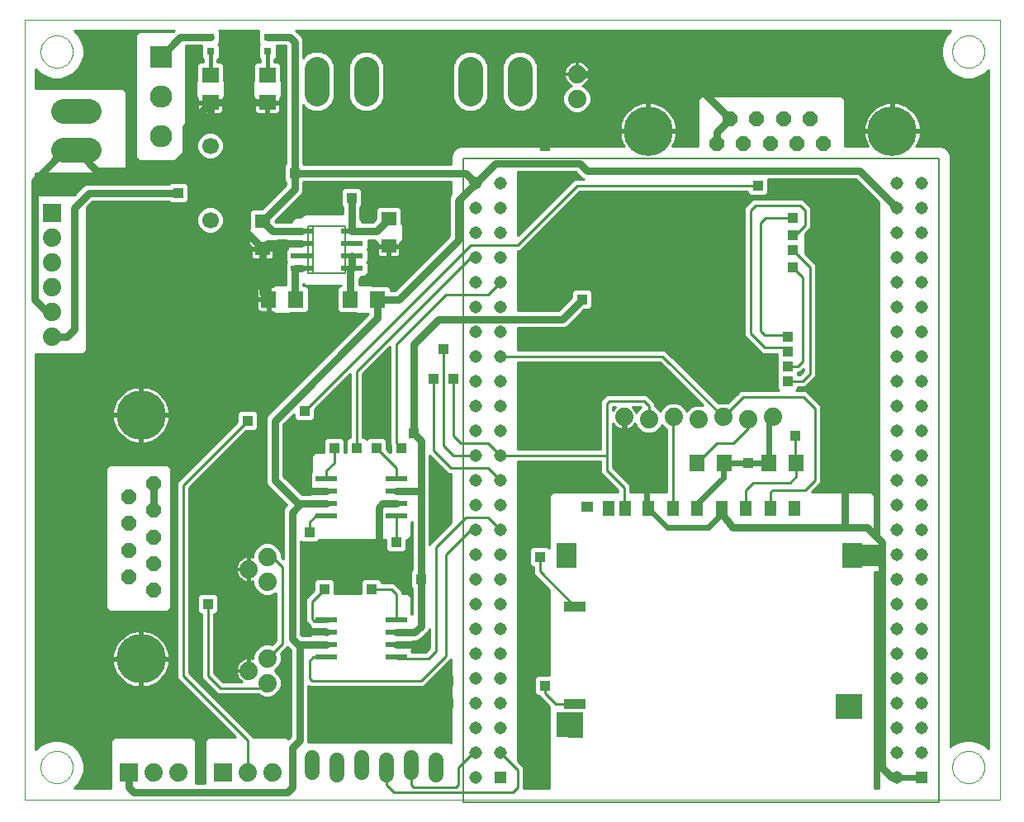
<source format=gtl>
G75*
G70*
%OFA0B0*%
%FSLAX24Y24*%
%IPPOS*%
%LPD*%
%AMOC8*
5,1,8,0,0,1.08239X$1,22.5*
%
%ADD10C,0.0000*%
%ADD11R,0.0800X0.0900*%
%ADD12C,0.0050*%
%ADD13R,0.0515X0.0515*%
%ADD14C,0.0515*%
%ADD15R,0.0591X0.0984*%
%ADD16R,0.0860X0.0420*%
%ADD17R,0.0787X0.0984*%
%ADD18R,0.0512X0.0433*%
%ADD19R,0.0472X0.0591*%
%ADD20R,0.1055X0.0993*%
%ADD21R,0.1055X0.0993*%
%ADD22C,0.0740*%
%ADD23R,0.0630X0.0709*%
%ADD24R,0.0900X0.0900*%
%ADD25C,0.0900*%
%ADD26C,0.1000*%
%ADD27OC8,0.0600*%
%ADD28C,0.2000*%
%ADD29R,0.0866X0.0236*%
%ADD30R,0.0433X0.0193*%
%ADD31C,0.0080*%
%ADD32R,0.0630X0.0551*%
%ADD33R,0.0315X0.0315*%
%ADD34R,0.0709X0.0630*%
%ADD35C,0.0600*%
%ADD36R,0.0541X0.0193*%
%ADD37R,0.0531X0.0193*%
%ADD38C,0.1004*%
%ADD39R,0.0740X0.0740*%
%ADD40C,0.0669*%
%ADD41C,0.0300*%
%ADD42R,0.0440X0.0440*%
%ADD43C,0.0240*%
%ADD44C,0.0100*%
%ADD45C,0.0160*%
D10*
X002338Y000312D02*
X002338Y031809D01*
X041708Y031809D01*
X041708Y000312D01*
X002338Y000312D01*
X002988Y001612D02*
X002990Y001662D01*
X002996Y001712D01*
X003006Y001762D01*
X003019Y001810D01*
X003036Y001858D01*
X003057Y001904D01*
X003081Y001948D01*
X003109Y001990D01*
X003140Y002030D01*
X003174Y002067D01*
X003211Y002102D01*
X003250Y002133D01*
X003291Y002162D01*
X003335Y002187D01*
X003381Y002209D01*
X003428Y002227D01*
X003476Y002241D01*
X003525Y002252D01*
X003575Y002259D01*
X003625Y002262D01*
X003676Y002261D01*
X003726Y002256D01*
X003776Y002247D01*
X003824Y002235D01*
X003872Y002218D01*
X003918Y002198D01*
X003963Y002175D01*
X004006Y002148D01*
X004046Y002118D01*
X004084Y002085D01*
X004119Y002049D01*
X004152Y002010D01*
X004181Y001969D01*
X004207Y001926D01*
X004230Y001881D01*
X004249Y001834D01*
X004264Y001786D01*
X004276Y001737D01*
X004284Y001687D01*
X004288Y001637D01*
X004288Y001587D01*
X004284Y001537D01*
X004276Y001487D01*
X004264Y001438D01*
X004249Y001390D01*
X004230Y001343D01*
X004207Y001298D01*
X004181Y001255D01*
X004152Y001214D01*
X004119Y001175D01*
X004084Y001139D01*
X004046Y001106D01*
X004006Y001076D01*
X003963Y001049D01*
X003918Y001026D01*
X003872Y001006D01*
X003824Y000989D01*
X003776Y000977D01*
X003726Y000968D01*
X003676Y000963D01*
X003625Y000962D01*
X003575Y000965D01*
X003525Y000972D01*
X003476Y000983D01*
X003428Y000997D01*
X003381Y001015D01*
X003335Y001037D01*
X003291Y001062D01*
X003250Y001091D01*
X003211Y001122D01*
X003174Y001157D01*
X003140Y001194D01*
X003109Y001234D01*
X003081Y001276D01*
X003057Y001320D01*
X003036Y001366D01*
X003019Y001414D01*
X003006Y001462D01*
X002996Y001512D01*
X002990Y001562D01*
X002988Y001612D01*
X007538Y027112D02*
X007540Y027146D01*
X007546Y027180D01*
X007555Y027213D01*
X007569Y027244D01*
X007586Y027274D01*
X007606Y027302D01*
X007629Y027327D01*
X007655Y027350D01*
X007683Y027369D01*
X007713Y027385D01*
X007745Y027397D01*
X007778Y027406D01*
X007812Y027411D01*
X007847Y027412D01*
X007881Y027409D01*
X007914Y027402D01*
X007947Y027392D01*
X007978Y027377D01*
X008007Y027360D01*
X008034Y027339D01*
X008059Y027315D01*
X008081Y027288D01*
X008099Y027260D01*
X008114Y027229D01*
X008126Y027197D01*
X008134Y027163D01*
X008138Y027129D01*
X008138Y027095D01*
X008134Y027061D01*
X008126Y027027D01*
X008114Y026995D01*
X008099Y026964D01*
X008081Y026936D01*
X008059Y026909D01*
X008034Y026885D01*
X008007Y026864D01*
X007978Y026847D01*
X007947Y026832D01*
X007914Y026822D01*
X007881Y026815D01*
X007847Y026812D01*
X007812Y026813D01*
X007778Y026818D01*
X007745Y026827D01*
X007713Y026839D01*
X007683Y026855D01*
X007655Y026874D01*
X007629Y026897D01*
X007606Y026922D01*
X007586Y026950D01*
X007569Y026980D01*
X007555Y027011D01*
X007546Y027044D01*
X007540Y027078D01*
X007538Y027112D01*
X007538Y028712D02*
X007540Y028746D01*
X007546Y028780D01*
X007555Y028813D01*
X007569Y028844D01*
X007586Y028874D01*
X007606Y028902D01*
X007629Y028927D01*
X007655Y028950D01*
X007683Y028969D01*
X007713Y028985D01*
X007745Y028997D01*
X007778Y029006D01*
X007812Y029011D01*
X007847Y029012D01*
X007881Y029009D01*
X007914Y029002D01*
X007947Y028992D01*
X007978Y028977D01*
X008007Y028960D01*
X008034Y028939D01*
X008059Y028915D01*
X008081Y028888D01*
X008099Y028860D01*
X008114Y028829D01*
X008126Y028797D01*
X008134Y028763D01*
X008138Y028729D01*
X008138Y028695D01*
X008134Y028661D01*
X008126Y028627D01*
X008114Y028595D01*
X008099Y028564D01*
X008081Y028536D01*
X008059Y028509D01*
X008034Y028485D01*
X008007Y028464D01*
X007978Y028447D01*
X007947Y028432D01*
X007914Y028422D01*
X007881Y028415D01*
X007847Y028412D01*
X007812Y028413D01*
X007778Y028418D01*
X007745Y028427D01*
X007713Y028439D01*
X007683Y028455D01*
X007655Y028474D01*
X007629Y028497D01*
X007606Y028522D01*
X007586Y028550D01*
X007569Y028580D01*
X007555Y028611D01*
X007546Y028644D01*
X007540Y028678D01*
X007538Y028712D01*
X007538Y030312D02*
X007540Y030346D01*
X007546Y030380D01*
X007555Y030413D01*
X007569Y030444D01*
X007586Y030474D01*
X007606Y030502D01*
X007629Y030527D01*
X007655Y030550D01*
X007683Y030569D01*
X007713Y030585D01*
X007745Y030597D01*
X007778Y030606D01*
X007812Y030611D01*
X007847Y030612D01*
X007881Y030609D01*
X007914Y030602D01*
X007947Y030592D01*
X007978Y030577D01*
X008007Y030560D01*
X008034Y030539D01*
X008059Y030515D01*
X008081Y030488D01*
X008099Y030460D01*
X008114Y030429D01*
X008126Y030397D01*
X008134Y030363D01*
X008138Y030329D01*
X008138Y030295D01*
X008134Y030261D01*
X008126Y030227D01*
X008114Y030195D01*
X008099Y030164D01*
X008081Y030136D01*
X008059Y030109D01*
X008034Y030085D01*
X008007Y030064D01*
X007978Y030047D01*
X007947Y030032D01*
X007914Y030022D01*
X007881Y030015D01*
X007847Y030012D01*
X007812Y030013D01*
X007778Y030018D01*
X007745Y030027D01*
X007713Y030039D01*
X007683Y030055D01*
X007655Y030074D01*
X007629Y030097D01*
X007606Y030122D01*
X007586Y030150D01*
X007569Y030180D01*
X007555Y030211D01*
X007546Y030244D01*
X007540Y030278D01*
X007538Y030312D01*
X002988Y030512D02*
X002990Y030562D01*
X002996Y030612D01*
X003006Y030662D01*
X003019Y030710D01*
X003036Y030758D01*
X003057Y030804D01*
X003081Y030848D01*
X003109Y030890D01*
X003140Y030930D01*
X003174Y030967D01*
X003211Y031002D01*
X003250Y031033D01*
X003291Y031062D01*
X003335Y031087D01*
X003381Y031109D01*
X003428Y031127D01*
X003476Y031141D01*
X003525Y031152D01*
X003575Y031159D01*
X003625Y031162D01*
X003676Y031161D01*
X003726Y031156D01*
X003776Y031147D01*
X003824Y031135D01*
X003872Y031118D01*
X003918Y031098D01*
X003963Y031075D01*
X004006Y031048D01*
X004046Y031018D01*
X004084Y030985D01*
X004119Y030949D01*
X004152Y030910D01*
X004181Y030869D01*
X004207Y030826D01*
X004230Y030781D01*
X004249Y030734D01*
X004264Y030686D01*
X004276Y030637D01*
X004284Y030587D01*
X004288Y030537D01*
X004288Y030487D01*
X004284Y030437D01*
X004276Y030387D01*
X004264Y030338D01*
X004249Y030290D01*
X004230Y030243D01*
X004207Y030198D01*
X004181Y030155D01*
X004152Y030114D01*
X004119Y030075D01*
X004084Y030039D01*
X004046Y030006D01*
X004006Y029976D01*
X003963Y029949D01*
X003918Y029926D01*
X003872Y029906D01*
X003824Y029889D01*
X003776Y029877D01*
X003726Y029868D01*
X003676Y029863D01*
X003625Y029862D01*
X003575Y029865D01*
X003525Y029872D01*
X003476Y029883D01*
X003428Y029897D01*
X003381Y029915D01*
X003335Y029937D01*
X003291Y029962D01*
X003250Y029991D01*
X003211Y030022D01*
X003174Y030057D01*
X003140Y030094D01*
X003109Y030134D01*
X003081Y030176D01*
X003057Y030220D01*
X003036Y030266D01*
X003019Y030314D01*
X003006Y030362D01*
X002996Y030412D01*
X002990Y030462D01*
X002988Y030512D01*
X039788Y030512D02*
X039790Y030562D01*
X039796Y030612D01*
X039806Y030662D01*
X039819Y030710D01*
X039836Y030758D01*
X039857Y030804D01*
X039881Y030848D01*
X039909Y030890D01*
X039940Y030930D01*
X039974Y030967D01*
X040011Y031002D01*
X040050Y031033D01*
X040091Y031062D01*
X040135Y031087D01*
X040181Y031109D01*
X040228Y031127D01*
X040276Y031141D01*
X040325Y031152D01*
X040375Y031159D01*
X040425Y031162D01*
X040476Y031161D01*
X040526Y031156D01*
X040576Y031147D01*
X040624Y031135D01*
X040672Y031118D01*
X040718Y031098D01*
X040763Y031075D01*
X040806Y031048D01*
X040846Y031018D01*
X040884Y030985D01*
X040919Y030949D01*
X040952Y030910D01*
X040981Y030869D01*
X041007Y030826D01*
X041030Y030781D01*
X041049Y030734D01*
X041064Y030686D01*
X041076Y030637D01*
X041084Y030587D01*
X041088Y030537D01*
X041088Y030487D01*
X041084Y030437D01*
X041076Y030387D01*
X041064Y030338D01*
X041049Y030290D01*
X041030Y030243D01*
X041007Y030198D01*
X040981Y030155D01*
X040952Y030114D01*
X040919Y030075D01*
X040884Y030039D01*
X040846Y030006D01*
X040806Y029976D01*
X040763Y029949D01*
X040718Y029926D01*
X040672Y029906D01*
X040624Y029889D01*
X040576Y029877D01*
X040526Y029868D01*
X040476Y029863D01*
X040425Y029862D01*
X040375Y029865D01*
X040325Y029872D01*
X040276Y029883D01*
X040228Y029897D01*
X040181Y029915D01*
X040135Y029937D01*
X040091Y029962D01*
X040050Y029991D01*
X040011Y030022D01*
X039974Y030057D01*
X039940Y030094D01*
X039909Y030134D01*
X039881Y030176D01*
X039857Y030220D01*
X039836Y030266D01*
X039819Y030314D01*
X039806Y030362D01*
X039796Y030412D01*
X039790Y030462D01*
X039788Y030512D01*
X039788Y001612D02*
X039790Y001662D01*
X039796Y001712D01*
X039806Y001762D01*
X039819Y001810D01*
X039836Y001858D01*
X039857Y001904D01*
X039881Y001948D01*
X039909Y001990D01*
X039940Y002030D01*
X039974Y002067D01*
X040011Y002102D01*
X040050Y002133D01*
X040091Y002162D01*
X040135Y002187D01*
X040181Y002209D01*
X040228Y002227D01*
X040276Y002241D01*
X040325Y002252D01*
X040375Y002259D01*
X040425Y002262D01*
X040476Y002261D01*
X040526Y002256D01*
X040576Y002247D01*
X040624Y002235D01*
X040672Y002218D01*
X040718Y002198D01*
X040763Y002175D01*
X040806Y002148D01*
X040846Y002118D01*
X040884Y002085D01*
X040919Y002049D01*
X040952Y002010D01*
X040981Y001969D01*
X041007Y001926D01*
X041030Y001881D01*
X041049Y001834D01*
X041064Y001786D01*
X041076Y001737D01*
X041084Y001687D01*
X041088Y001637D01*
X041088Y001587D01*
X041084Y001537D01*
X041076Y001487D01*
X041064Y001438D01*
X041049Y001390D01*
X041030Y001343D01*
X041007Y001298D01*
X040981Y001255D01*
X040952Y001214D01*
X040919Y001175D01*
X040884Y001139D01*
X040846Y001106D01*
X040806Y001076D01*
X040763Y001049D01*
X040718Y001026D01*
X040672Y001006D01*
X040624Y000989D01*
X040576Y000977D01*
X040526Y000968D01*
X040476Y000963D01*
X040425Y000962D01*
X040375Y000965D01*
X040325Y000972D01*
X040276Y000983D01*
X040228Y000997D01*
X040181Y001015D01*
X040135Y001037D01*
X040091Y001062D01*
X040050Y001091D01*
X040011Y001122D01*
X039974Y001157D01*
X039940Y001194D01*
X039909Y001234D01*
X039881Y001276D01*
X039857Y001320D01*
X039836Y001366D01*
X039819Y001414D01*
X039806Y001462D01*
X039796Y001512D01*
X039790Y001562D01*
X039788Y001612D01*
D11*
X036538Y010162D03*
D12*
X039238Y000212D02*
X020038Y000212D01*
X020038Y026212D01*
X039238Y026212D01*
X039238Y000212D01*
D13*
X038538Y001212D03*
X021538Y001212D03*
D14*
X020538Y001212D03*
X020538Y002212D03*
X021538Y002212D03*
X021538Y003212D03*
X020538Y003212D03*
X020538Y004212D03*
X021538Y004212D03*
X021538Y005212D03*
X020538Y005212D03*
X020538Y006212D03*
X021538Y006212D03*
X021538Y007212D03*
X020538Y007212D03*
X020538Y008212D03*
X021538Y008212D03*
X021538Y009212D03*
X020538Y009212D03*
X020538Y010212D03*
X021538Y010212D03*
X021538Y011212D03*
X020538Y011212D03*
X020538Y012212D03*
X021538Y012212D03*
X021538Y013212D03*
X020538Y013212D03*
X020538Y014212D03*
X021538Y014212D03*
X021538Y015212D03*
X020538Y015212D03*
X020538Y016212D03*
X021538Y016212D03*
X021538Y017212D03*
X020538Y017212D03*
X020538Y018212D03*
X021538Y018212D03*
X021538Y019212D03*
X020538Y019212D03*
X020538Y020212D03*
X021538Y020212D03*
X021538Y021212D03*
X020538Y021212D03*
X020538Y022212D03*
X021538Y022212D03*
X021538Y023212D03*
X020538Y023212D03*
X020538Y024212D03*
X021538Y024212D03*
X021538Y025212D03*
X020538Y025212D03*
X037538Y025212D03*
X038538Y025212D03*
X038538Y024212D03*
X037538Y024212D03*
X037538Y023212D03*
X038538Y023212D03*
X038538Y022212D03*
X037538Y022212D03*
X037538Y021212D03*
X038538Y021212D03*
X038538Y020212D03*
X037538Y020212D03*
X037538Y019212D03*
X037538Y018212D03*
X038538Y018212D03*
X038538Y019212D03*
X038538Y017212D03*
X037538Y017212D03*
X037538Y016212D03*
X038538Y016212D03*
X038538Y015212D03*
X037538Y015212D03*
X037538Y014212D03*
X038538Y014212D03*
X038538Y013212D03*
X037538Y013212D03*
X037538Y012212D03*
X038538Y012212D03*
X038538Y011212D03*
X037538Y011212D03*
X037538Y010212D03*
X038538Y010212D03*
X038538Y009212D03*
X037538Y009212D03*
X037538Y008212D03*
X038538Y008212D03*
X038538Y007212D03*
X038538Y006212D03*
X037538Y006212D03*
X037538Y007212D03*
X037538Y005212D03*
X038538Y005212D03*
X038538Y004212D03*
X037538Y004212D03*
X037538Y003212D03*
X038538Y003212D03*
X038538Y002212D03*
X037538Y002212D03*
X037538Y001212D03*
D15*
X035408Y004062D03*
X024581Y003305D03*
D16*
X024549Y004171D03*
X024549Y008108D03*
D17*
X024226Y010155D03*
X035762Y010155D03*
D18*
X025038Y012142D03*
D19*
X025908Y012072D03*
X026573Y012064D03*
X027526Y012064D03*
X028510Y012064D03*
X029494Y012064D03*
X030478Y012064D03*
X031463Y012064D03*
X032447Y012064D03*
X033431Y012064D03*
D20*
X024365Y003315D03*
D21*
X035625Y004064D03*
D22*
X032538Y015762D03*
X031538Y015662D03*
X030538Y015762D03*
X029538Y015662D03*
X028538Y015762D03*
X027538Y015662D03*
X026538Y015762D03*
X012138Y010112D03*
X011388Y009612D03*
X012138Y009112D03*
X012138Y006012D03*
X011388Y005512D03*
X012138Y005012D03*
X012338Y001412D03*
X011338Y001412D03*
X008538Y001412D03*
X007538Y001412D03*
X003438Y019012D03*
X003438Y020012D03*
X003438Y021012D03*
X003438Y022012D03*
X003438Y023012D03*
X024638Y028612D03*
X024638Y029612D03*
D23*
X016589Y020512D03*
X015487Y020512D03*
X013289Y020512D03*
X012187Y020512D03*
X029487Y013912D03*
X030589Y013912D03*
X032387Y013912D03*
X033489Y013912D03*
D24*
X007838Y030312D03*
D25*
X007838Y028712D03*
X007838Y027112D03*
D26*
X014138Y028812D02*
X014138Y029812D01*
X016138Y029812D02*
X016138Y028812D01*
X020338Y028812D02*
X020338Y029812D01*
X022338Y029812D02*
X022338Y028812D01*
D27*
X030278Y026812D03*
X031358Y026812D03*
X030818Y027812D03*
X031898Y027812D03*
X032978Y027812D03*
X032438Y026812D03*
X033518Y026812D03*
X034598Y026812D03*
X034058Y027812D03*
X007538Y013072D03*
X006538Y012532D03*
X007538Y011992D03*
X006538Y011452D03*
X007538Y010912D03*
X006538Y010372D03*
X007538Y009832D03*
X006538Y009292D03*
X007538Y008752D03*
D28*
X007038Y005982D03*
X007038Y015842D03*
X027508Y027312D03*
X037368Y027312D03*
D29*
X017346Y013262D03*
X017346Y012762D03*
X017346Y012262D03*
X017346Y011762D03*
X014521Y011762D03*
X014521Y012262D03*
X014521Y012762D03*
X014521Y013262D03*
X014521Y007562D03*
X014521Y007062D03*
X014521Y006562D03*
X014521Y006062D03*
X017346Y006062D03*
X017346Y006562D03*
X017346Y007062D03*
X017346Y007562D03*
X015562Y021762D03*
X015562Y022262D03*
X015562Y022762D03*
X015562Y023262D03*
X013515Y023262D03*
X013515Y022762D03*
X013515Y022262D03*
X013515Y021762D03*
D30*
X015542Y022762D03*
D31*
X015286Y023457D02*
X015286Y021568D01*
X013987Y021568D01*
X013987Y023457D01*
X015286Y023457D01*
X013987Y023457D02*
X013790Y023457D01*
X013790Y021568D01*
X013987Y021568D01*
D32*
X011938Y022561D03*
X011938Y023664D03*
X017038Y023764D03*
X017038Y022661D03*
D33*
X012138Y030517D03*
X012138Y031108D03*
X009838Y031108D03*
X009838Y030517D03*
D34*
X009838Y029564D03*
X009838Y028461D03*
X012138Y028461D03*
X012138Y029564D03*
D35*
X013938Y002012D02*
X013938Y001412D01*
X014938Y001312D02*
X014938Y001912D01*
X015938Y002012D02*
X015938Y001412D01*
X016938Y001312D02*
X016938Y001912D01*
X017938Y002012D02*
X017938Y001412D01*
X018938Y001312D02*
X018938Y001912D01*
D36*
X017272Y006062D03*
X014595Y006062D03*
X014595Y007062D03*
X014595Y007562D03*
X014595Y011762D03*
X014595Y012762D03*
X014595Y013262D03*
X017272Y011762D03*
D37*
X017277Y012262D03*
X017277Y012762D03*
X017277Y013262D03*
X014590Y012262D03*
X017277Y007562D03*
X017277Y007062D03*
X017277Y006562D03*
X014590Y006562D03*
D38*
X004940Y026533D02*
X003936Y026533D01*
X003936Y028092D02*
X004940Y028092D01*
D39*
X003438Y024012D03*
X006538Y001412D03*
X010338Y001412D03*
D40*
X009838Y023712D03*
X009838Y026712D03*
D41*
X008838Y026412D02*
X008838Y027461D01*
X009838Y028461D01*
X009838Y028012D01*
X010838Y027012D01*
X010838Y023661D01*
X011938Y022561D01*
X011938Y020761D01*
X012187Y020512D01*
X013289Y020512D02*
X013238Y020864D01*
X013238Y021712D01*
X013288Y021762D01*
X013515Y021762D01*
X013515Y022762D02*
X012139Y022762D01*
X012339Y023262D02*
X013515Y023262D01*
X012339Y023262D02*
X011938Y023664D01*
X013238Y024964D01*
X013238Y025612D01*
X013238Y030912D01*
X013043Y031108D01*
X012138Y031108D01*
X009838Y031108D02*
X008634Y031108D01*
X007838Y030312D01*
X009838Y028461D02*
X012138Y028461D01*
X008838Y026412D02*
X008238Y025812D01*
X007338Y025812D01*
X007238Y025712D01*
X005259Y025712D01*
X004438Y026533D01*
X003959Y026533D01*
X002738Y025312D01*
X002738Y020512D01*
X003238Y020012D01*
X003438Y020012D01*
X004338Y019312D02*
X004038Y019012D01*
X003438Y019012D01*
X004338Y019312D02*
X004338Y024212D01*
X004938Y024812D01*
X008538Y024812D01*
X013238Y025612D02*
X020138Y025612D01*
X020538Y025212D01*
X019838Y024512D01*
X019838Y022912D01*
X017438Y020512D01*
X016589Y020512D01*
X016589Y019764D01*
X012438Y015612D01*
X012438Y013212D01*
X013388Y012262D01*
X014521Y012262D01*
X013488Y012262D01*
X013138Y011912D01*
X013138Y006812D01*
X013388Y006562D01*
X013438Y006512D01*
X013438Y002712D01*
X013138Y002412D01*
X013138Y000812D01*
X012938Y000612D01*
X006738Y000612D01*
X006538Y000812D01*
X006538Y001412D01*
X013388Y006562D02*
X014521Y006562D01*
X014521Y007062D02*
X014471Y007112D01*
X013638Y007112D01*
X016638Y010112D02*
X017138Y009612D01*
X017538Y009612D01*
X018338Y009212D02*
X018338Y012812D01*
X018288Y012762D01*
X017346Y012762D01*
X017346Y012262D02*
X016788Y012262D01*
X016638Y012112D01*
X016638Y010112D01*
X018338Y009212D02*
X018338Y007312D01*
X018088Y007062D01*
X017346Y007062D01*
X017346Y006562D02*
X018388Y006562D01*
X018438Y006612D01*
X018338Y012812D02*
X018338Y014812D01*
X018038Y015112D01*
X018038Y018712D01*
X019038Y019712D01*
X024038Y019712D01*
X024838Y020512D01*
X020538Y025212D02*
X021338Y026012D01*
X024738Y026012D01*
X025038Y025712D01*
X036038Y025712D01*
X037538Y024212D01*
X030818Y027812D02*
X029018Y029612D01*
X024638Y029612D01*
X030278Y027272D02*
X030278Y026812D01*
X030278Y027272D02*
X030818Y027812D01*
X017038Y023764D02*
X016537Y023262D01*
X015562Y023262D01*
X015538Y023286D01*
X015538Y024612D01*
X015562Y022262D02*
X015562Y021762D01*
X015487Y021688D01*
X015487Y020512D01*
X013238Y013312D02*
X013788Y012762D01*
X014521Y012762D01*
X007538Y013072D02*
X007538Y011992D01*
X030478Y011853D02*
X030919Y011312D01*
X035438Y011312D01*
X035488Y011362D01*
X035438Y011412D01*
X035438Y013512D01*
X035488Y011362D02*
X035538Y011312D01*
X036338Y011312D01*
X036938Y010712D01*
X036938Y001612D01*
X037338Y001212D01*
X037538Y001212D01*
X032387Y015611D02*
X032538Y015762D01*
D42*
X033438Y015012D03*
X031538Y013912D03*
X035438Y013512D03*
X033138Y017212D03*
X033138Y017812D03*
X033138Y018412D03*
X033138Y019012D03*
X033338Y021812D03*
X033338Y022512D03*
X033338Y023112D03*
X033338Y023812D03*
X031938Y025112D03*
X035938Y024112D03*
X040238Y026012D03*
X037338Y029112D03*
X040238Y021412D03*
X040238Y015712D03*
X040238Y010412D03*
X040238Y004412D03*
X027238Y014212D03*
X026938Y016912D03*
X023438Y017512D03*
X023438Y018912D03*
X024838Y020512D03*
X023538Y022212D03*
X025738Y024312D03*
X023338Y025112D03*
X023338Y026712D03*
X027538Y029112D03*
X018838Y026612D03*
X018138Y024712D03*
X015538Y024612D03*
X014338Y026512D03*
X013238Y025612D03*
X008538Y024812D03*
X008038Y023012D03*
X010238Y021112D03*
X010638Y017812D03*
X012938Y017812D03*
X013638Y016012D03*
X014938Y016012D03*
X014838Y014512D03*
X015738Y014512D03*
X016538Y014512D03*
X017538Y014512D03*
X018038Y015112D03*
X016538Y016012D03*
X018838Y017312D03*
X019638Y017312D03*
X019238Y018512D03*
X023438Y015312D03*
X019038Y013312D03*
X019038Y011912D03*
X017338Y010712D03*
X017538Y009612D03*
X018338Y009212D03*
X016338Y008812D03*
X014438Y008812D03*
X013838Y010312D03*
X013838Y011112D03*
X011938Y012212D03*
X013238Y013312D03*
X011338Y014212D03*
X011338Y015612D03*
X008248Y017792D03*
X005438Y020212D03*
X003238Y017712D03*
X010038Y012212D03*
X010038Y010012D03*
X011238Y008312D03*
X009738Y008212D03*
X010438Y007012D03*
X011938Y007012D03*
X011838Y003812D03*
X009438Y003512D03*
X007588Y004152D03*
X005238Y001212D03*
X003338Y004312D03*
X014638Y003212D03*
X018438Y006612D03*
X019438Y005112D03*
X019438Y004212D03*
X023338Y004912D03*
X023238Y002512D03*
X023138Y010112D03*
X005638Y023612D03*
X009138Y030412D03*
X011138Y030412D03*
X018238Y029312D03*
D43*
X026538Y015762D02*
X026538Y014112D01*
X027438Y013212D01*
X027438Y012152D01*
X027526Y012064D02*
X028278Y011312D01*
X029938Y011312D01*
X030478Y011853D01*
X030478Y012064D01*
X029494Y012268D02*
X030538Y013312D01*
X030538Y013861D01*
X030589Y013912D02*
X031538Y013912D01*
X032387Y013912D01*
X032387Y015611D01*
X037538Y001212D02*
X038538Y001212D01*
D44*
X039713Y002443D02*
X039713Y026307D01*
X039641Y026481D01*
X039507Y026615D01*
X039333Y026687D01*
X039144Y026687D01*
X038334Y026687D01*
X038376Y026755D01*
X038432Y026872D01*
X038475Y026994D01*
X038504Y027119D01*
X038518Y027248D01*
X038518Y027262D01*
X037418Y027262D01*
X037418Y027362D01*
X038518Y027362D01*
X038518Y027377D01*
X038504Y027505D01*
X038475Y027631D01*
X038432Y027753D01*
X038376Y027870D01*
X038308Y027979D01*
X038227Y028080D01*
X038136Y028171D01*
X038035Y028252D01*
X037925Y028321D01*
X037809Y028377D01*
X037687Y028419D01*
X037561Y028448D01*
X037433Y028462D01*
X037418Y028462D01*
X037418Y027363D01*
X037318Y027363D01*
X037318Y028462D01*
X037304Y028462D01*
X037175Y028448D01*
X037049Y028419D01*
X036927Y028377D01*
X036811Y028321D01*
X036702Y028252D01*
X036601Y028171D01*
X036509Y028080D01*
X036429Y027979D01*
X036360Y027870D01*
X036304Y027753D01*
X036261Y027631D01*
X036233Y027505D01*
X036218Y027377D01*
X036218Y027362D01*
X037318Y027362D01*
X037318Y027262D01*
X036218Y027262D01*
X036218Y027248D01*
X036233Y027119D01*
X036261Y026994D01*
X036304Y026872D01*
X036360Y026755D01*
X036403Y026687D01*
X035448Y026687D01*
X035448Y028599D01*
X035325Y028722D01*
X029651Y028722D01*
X029528Y028599D01*
X029528Y026687D01*
X028474Y026687D01*
X028516Y026755D01*
X028572Y026872D01*
X028615Y026994D01*
X028644Y027119D01*
X028658Y027248D01*
X028658Y027262D01*
X027558Y027262D01*
X027558Y027362D01*
X028658Y027362D01*
X028658Y027377D01*
X028644Y027505D01*
X028615Y027631D01*
X028572Y027753D01*
X028516Y027870D01*
X028448Y027979D01*
X028367Y028080D01*
X028276Y028171D01*
X028175Y028252D01*
X028065Y028321D01*
X027949Y028377D01*
X027827Y028419D01*
X027701Y028448D01*
X027573Y028462D01*
X027558Y028462D01*
X027558Y027363D01*
X027458Y027363D01*
X027458Y028462D01*
X027444Y028462D01*
X027315Y028448D01*
X027189Y028419D01*
X027067Y028377D01*
X026951Y028321D01*
X026842Y028252D01*
X026741Y028171D01*
X026649Y028080D01*
X026569Y027979D01*
X026500Y027870D01*
X026444Y027753D01*
X026401Y027631D01*
X026373Y027505D01*
X026358Y027377D01*
X026358Y027362D01*
X027458Y027362D01*
X027458Y027262D01*
X026358Y027262D01*
X026358Y027248D01*
X026373Y027119D01*
X026401Y026994D01*
X026444Y026872D01*
X026500Y026755D01*
X026543Y026687D01*
X019944Y026687D01*
X019769Y026615D01*
X019636Y026481D01*
X019563Y026307D01*
X019563Y026118D01*
X019563Y025972D01*
X013615Y025972D01*
X013598Y025989D01*
X013598Y028348D01*
X013736Y028211D01*
X013997Y028102D01*
X014279Y028102D01*
X014540Y028211D01*
X014740Y028410D01*
X014848Y028671D01*
X014848Y029954D01*
X014740Y030215D01*
X014540Y030414D01*
X014279Y030522D01*
X013997Y030522D01*
X013736Y030414D01*
X013598Y030276D01*
X013598Y030841D01*
X013598Y030984D01*
X013543Y031116D01*
X013301Y031359D01*
X039729Y031359D01*
X039558Y031188D01*
X039413Y030937D01*
X039338Y030657D01*
X039338Y030368D01*
X022787Y030368D01*
X022740Y030414D02*
X022479Y030522D01*
X022197Y030522D01*
X021936Y030414D01*
X021736Y030215D01*
X021628Y029954D01*
X021628Y028671D01*
X021736Y028410D01*
X021936Y028211D01*
X022197Y028102D01*
X022479Y028102D01*
X022740Y028211D01*
X022940Y028410D01*
X023048Y028671D01*
X023048Y029954D01*
X022940Y030215D01*
X022740Y030414D01*
X022614Y030467D02*
X039338Y030467D01*
X039338Y030565D02*
X013598Y030565D01*
X013598Y030467D02*
X013863Y030467D01*
X013690Y030368D02*
X013598Y030368D01*
X013598Y030664D02*
X039340Y030664D01*
X039366Y030762D02*
X013598Y030762D01*
X013598Y030861D02*
X039393Y030861D01*
X039426Y030959D02*
X013598Y030959D01*
X013568Y031058D02*
X039483Y031058D01*
X039540Y031156D02*
X013503Y031156D01*
X013405Y031255D02*
X039625Y031255D01*
X039724Y031354D02*
X013306Y031354D01*
X012878Y030748D02*
X012506Y030748D01*
X012506Y030273D01*
X012428Y030195D01*
X012428Y030089D01*
X012580Y030089D01*
X012703Y029966D01*
X012703Y029345D01*
X012708Y029339D01*
X012708Y028705D01*
X012643Y028640D01*
X012643Y028511D01*
X012188Y028511D01*
X012188Y028411D01*
X012188Y027996D01*
X012512Y027996D01*
X012550Y028007D01*
X012585Y028026D01*
X012613Y028054D01*
X012632Y028088D01*
X012643Y028127D01*
X012643Y028411D01*
X012188Y028411D01*
X012088Y028411D01*
X012088Y027996D01*
X011764Y027996D01*
X011726Y028007D01*
X011692Y028026D01*
X011664Y028054D01*
X011644Y028088D01*
X011634Y028127D01*
X011634Y028411D01*
X012088Y028411D01*
X012088Y028511D01*
X011634Y028511D01*
X011634Y028640D01*
X011568Y028705D01*
X011568Y029339D01*
X011574Y029345D01*
X011574Y029966D01*
X011697Y030089D01*
X011848Y030089D01*
X011848Y030195D01*
X011771Y030273D01*
X011771Y030762D01*
X011822Y030812D01*
X011771Y030863D01*
X011771Y031352D01*
X011777Y031359D01*
X010199Y031359D01*
X010206Y031352D01*
X010206Y030863D01*
X010155Y030812D01*
X010206Y030762D01*
X010206Y030273D01*
X010128Y030195D01*
X010128Y030089D01*
X010280Y030089D01*
X010403Y029966D01*
X010403Y029335D01*
X010408Y029329D01*
X010408Y028695D01*
X010343Y028630D01*
X010343Y028511D01*
X009888Y028511D01*
X009888Y028411D01*
X009888Y027996D01*
X010212Y027996D01*
X010250Y028007D01*
X010285Y028026D01*
X010313Y028054D01*
X010332Y028088D01*
X010343Y028127D01*
X010343Y028411D01*
X009888Y028411D01*
X009788Y028411D01*
X009788Y027996D01*
X009464Y027996D01*
X009426Y028007D01*
X009392Y028026D01*
X009364Y028054D01*
X009344Y028088D01*
X009334Y028127D01*
X009334Y028411D01*
X009788Y028411D01*
X009788Y028511D01*
X009334Y028511D01*
X009334Y028630D01*
X009268Y028695D01*
X009268Y029329D01*
X009274Y029335D01*
X009274Y029966D01*
X009397Y030089D01*
X009548Y030089D01*
X009548Y030195D01*
X009471Y030273D01*
X009471Y030748D01*
X008848Y030748D01*
X008848Y026225D01*
X008725Y026102D01*
X006951Y026102D01*
X006828Y026225D01*
X006828Y031199D01*
X006951Y031322D01*
X008339Y031322D01*
X008375Y031359D01*
X004348Y031359D01*
X004518Y031188D01*
X004663Y030937D01*
X004738Y030657D01*
X004738Y030368D01*
X006828Y030368D01*
X006828Y030270D02*
X004712Y030270D01*
X004738Y030368D02*
X004663Y030088D01*
X004518Y029837D01*
X004314Y029632D01*
X004063Y029487D01*
X003783Y029412D01*
X003493Y029412D01*
X003214Y029487D01*
X002963Y029632D01*
X002788Y029807D01*
X002788Y029022D01*
X006325Y029022D01*
X006448Y028899D01*
X006448Y025725D01*
X006325Y025602D01*
X002788Y025602D01*
X002788Y024722D01*
X004339Y024722D01*
X004734Y025118D01*
X004867Y025172D01*
X005010Y025172D01*
X008161Y025172D01*
X008231Y025242D01*
X008845Y025242D01*
X008968Y025119D01*
X008968Y024505D01*
X008845Y024382D01*
X008231Y024382D01*
X008161Y024452D01*
X005087Y024452D01*
X004848Y024213D01*
X004848Y018425D01*
X004725Y018302D01*
X002788Y018302D01*
X002788Y002318D01*
X002963Y002493D01*
X003214Y002637D01*
X003493Y002712D01*
X003783Y002712D01*
X004063Y002637D01*
X004314Y002493D01*
X004518Y002288D01*
X004663Y002037D01*
X004738Y001757D01*
X004738Y001468D01*
X004663Y001188D01*
X004518Y000937D01*
X004344Y000762D01*
X005828Y000762D01*
X005828Y002699D01*
X005951Y002822D01*
X009125Y002822D01*
X009248Y002699D01*
X009248Y000972D01*
X009628Y000972D01*
X009628Y002699D01*
X009751Y002822D01*
X010861Y002822D01*
X008518Y005165D01*
X008478Y005261D01*
X008478Y005364D01*
X008478Y013064D01*
X008518Y013160D01*
X008591Y013233D01*
X010908Y015550D01*
X010908Y015919D01*
X011031Y016042D01*
X011645Y016042D01*
X011768Y015919D01*
X011768Y015305D01*
X011645Y015182D01*
X011276Y015182D01*
X008998Y012905D01*
X008998Y005420D01*
X011486Y002933D01*
X011559Y002860D01*
X011574Y002822D01*
X012925Y002822D01*
X012982Y002765D01*
X013078Y002862D01*
X013078Y006363D01*
X012964Y006478D01*
X012959Y006465D01*
X012690Y006196D01*
X012718Y006128D01*
X012718Y005897D01*
X012630Y005684D01*
X012467Y005521D01*
X012447Y005512D01*
X012467Y005504D01*
X012630Y005341D01*
X012718Y005128D01*
X012718Y004897D01*
X012630Y004684D01*
X012467Y004521D01*
X012254Y004432D01*
X012023Y004432D01*
X011810Y004521D01*
X011778Y004552D01*
X010187Y004552D01*
X010091Y004592D01*
X010018Y004665D01*
X009518Y005165D01*
X009478Y005261D01*
X009478Y005364D01*
X009478Y007782D01*
X009431Y007782D01*
X009308Y007905D01*
X009308Y008519D01*
X009431Y008642D01*
X010045Y008642D01*
X010168Y008519D01*
X010168Y007905D01*
X010045Y007782D01*
X009998Y007782D01*
X009998Y005420D01*
X010346Y005072D01*
X011109Y005072D01*
X011049Y005116D01*
X010992Y005174D01*
X010944Y005240D01*
X010179Y005240D01*
X010080Y005338D02*
X010898Y005338D01*
X010906Y005313D02*
X010944Y005240D01*
X010906Y005313D02*
X010881Y005391D01*
X010868Y005471D01*
X010868Y005482D01*
X011358Y005482D01*
X011358Y005542D01*
X010868Y005542D01*
X010868Y005553D01*
X010881Y005634D01*
X010906Y005712D01*
X010944Y005785D01*
X010992Y005851D01*
X011049Y005909D01*
X011116Y005957D01*
X011189Y005994D01*
X011266Y006020D01*
X011347Y006032D01*
X011358Y006032D01*
X011358Y005543D01*
X011418Y005543D01*
X011418Y006032D01*
X011429Y006032D01*
X011510Y006020D01*
X011558Y006004D01*
X011558Y006128D01*
X011647Y006341D01*
X011810Y006504D01*
X012023Y006592D01*
X012254Y006592D01*
X012322Y006564D01*
X012478Y006720D01*
X012478Y008632D01*
X012467Y008621D01*
X012254Y008532D01*
X012023Y008532D01*
X011810Y008621D01*
X011647Y008784D01*
X011558Y008997D01*
X011558Y009121D01*
X011510Y009105D01*
X011429Y009092D01*
X011418Y009092D01*
X011418Y009582D01*
X011358Y009582D01*
X011358Y009092D01*
X011347Y009092D01*
X011266Y009105D01*
X011189Y009131D01*
X011116Y009168D01*
X011049Y009216D01*
X010992Y009274D01*
X010944Y009340D01*
X010906Y009413D01*
X010881Y009491D01*
X010868Y009571D01*
X010868Y009582D01*
X011358Y009582D01*
X011358Y009642D01*
X010868Y009642D01*
X010868Y009653D01*
X010881Y009734D01*
X010906Y009812D01*
X010944Y009885D01*
X010992Y009951D01*
X011049Y010009D01*
X011116Y010057D01*
X011189Y010094D01*
X011266Y010120D01*
X011347Y010132D01*
X011358Y010132D01*
X011358Y009643D01*
X011418Y009643D01*
X011418Y010132D01*
X011429Y010132D01*
X011510Y010120D01*
X011558Y010104D01*
X011558Y010228D01*
X011647Y010441D01*
X011810Y010604D01*
X012023Y010692D01*
X012254Y010692D01*
X012467Y010604D01*
X012630Y010441D01*
X012718Y010228D01*
X012718Y010100D01*
X012778Y010040D01*
X012778Y011984D01*
X012833Y012116D01*
X012929Y012212D01*
X012133Y013009D01*
X012078Y013141D01*
X012078Y013284D01*
X012078Y015684D01*
X012133Y015816D01*
X012234Y015918D01*
X016229Y019913D01*
X016229Y019942D01*
X015721Y019942D01*
X015716Y019948D01*
X015085Y019948D01*
X014962Y020071D01*
X014962Y020954D01*
X015085Y021077D01*
X015127Y021077D01*
X015127Y021078D01*
X014085Y021078D01*
X013890Y021078D01*
X013888Y021078D01*
X013693Y021078D01*
X013598Y021117D01*
X013598Y021077D01*
X013691Y021077D01*
X013814Y020954D01*
X013814Y020071D01*
X013691Y019948D01*
X013061Y019948D01*
X013055Y019942D01*
X012421Y019942D01*
X012356Y020008D01*
X012237Y020008D01*
X012237Y020462D01*
X012137Y020462D01*
X012137Y020008D01*
X011852Y020008D01*
X011814Y020018D01*
X011780Y020038D01*
X011752Y020066D01*
X011732Y020100D01*
X011722Y020138D01*
X011722Y020462D01*
X012137Y020462D01*
X012137Y020562D01*
X011722Y020562D01*
X011722Y020886D01*
X011732Y020925D01*
X011752Y020959D01*
X011780Y020987D01*
X011814Y021006D01*
X011852Y021017D01*
X012137Y021017D01*
X012137Y020563D01*
X012237Y020563D01*
X012237Y021017D01*
X012356Y021017D01*
X012421Y021082D01*
X012878Y021082D01*
X012878Y021551D01*
X012872Y021557D01*
X012872Y021968D01*
X012916Y022012D01*
X012872Y022057D01*
X012872Y022468D01*
X012960Y022556D01*
X012942Y022586D01*
X012932Y022625D01*
X012932Y022753D01*
X013128Y022753D01*
X013128Y022771D01*
X012932Y022771D01*
X012932Y022900D01*
X012932Y022902D01*
X012548Y022902D01*
X012548Y022855D01*
X012538Y022845D01*
X012538Y022715D01*
X012415Y022592D01*
X011988Y022592D01*
X011988Y022511D01*
X011988Y022136D01*
X012273Y022136D01*
X012311Y022146D01*
X012345Y022166D01*
X012373Y022194D01*
X012393Y022228D01*
X012403Y022266D01*
X012403Y022511D01*
X011988Y022511D01*
X011888Y022511D01*
X011888Y022136D01*
X011604Y022136D01*
X011565Y022146D01*
X011531Y022166D01*
X011503Y022194D01*
X011484Y022228D01*
X011473Y022266D01*
X011473Y022511D01*
X011888Y022511D01*
X011888Y022592D01*
X011521Y022592D01*
X011503Y022611D01*
X011473Y022611D01*
X011473Y022640D01*
X011398Y022715D01*
X011398Y023349D01*
X011408Y023359D01*
X011408Y023489D01*
X011413Y023494D01*
X011413Y024026D01*
X011536Y024149D01*
X011915Y024149D01*
X012878Y025113D01*
X012878Y025235D01*
X012808Y025305D01*
X012808Y025919D01*
X012878Y025989D01*
X012878Y030748D01*
X012878Y030664D02*
X012506Y030664D01*
X012506Y030565D02*
X012878Y030565D01*
X012878Y030467D02*
X012506Y030467D01*
X012506Y030368D02*
X012878Y030368D01*
X012878Y030270D02*
X012503Y030270D01*
X012428Y030171D02*
X012878Y030171D01*
X012878Y030073D02*
X012596Y030073D01*
X012694Y029974D02*
X012878Y029974D01*
X012878Y029875D02*
X012703Y029875D01*
X012703Y029777D02*
X012878Y029777D01*
X012878Y029678D02*
X012703Y029678D01*
X012703Y029580D02*
X012878Y029580D01*
X012878Y029481D02*
X012703Y029481D01*
X012703Y029383D02*
X012878Y029383D01*
X012878Y029284D02*
X012708Y029284D01*
X012708Y029186D02*
X012878Y029186D01*
X012878Y029087D02*
X012708Y029087D01*
X012708Y028989D02*
X012878Y028989D01*
X012878Y028890D02*
X012708Y028890D01*
X012708Y028791D02*
X012878Y028791D01*
X012878Y028693D02*
X012696Y028693D01*
X012643Y028594D02*
X012878Y028594D01*
X012878Y028496D02*
X012188Y028496D01*
X012188Y028397D02*
X012088Y028397D01*
X012088Y028299D02*
X012188Y028299D01*
X012188Y028200D02*
X012088Y028200D01*
X012088Y028102D02*
X012188Y028102D01*
X012188Y028003D02*
X012088Y028003D01*
X011739Y028003D02*
X010238Y028003D01*
X010336Y028102D02*
X011641Y028102D01*
X011634Y028200D02*
X010343Y028200D01*
X010343Y028299D02*
X011634Y028299D01*
X011634Y028397D02*
X010343Y028397D01*
X010343Y028594D02*
X011634Y028594D01*
X011581Y028693D02*
X010406Y028693D01*
X010408Y028791D02*
X011568Y028791D01*
X011568Y028890D02*
X010408Y028890D01*
X010408Y028989D02*
X011568Y028989D01*
X011568Y029087D02*
X010408Y029087D01*
X010408Y029186D02*
X011568Y029186D01*
X011568Y029284D02*
X010408Y029284D01*
X010403Y029383D02*
X011574Y029383D01*
X011574Y029481D02*
X010403Y029481D01*
X010403Y029580D02*
X011574Y029580D01*
X011574Y029678D02*
X010403Y029678D01*
X010403Y029777D02*
X011574Y029777D01*
X011574Y029875D02*
X010403Y029875D01*
X010394Y029974D02*
X011582Y029974D01*
X011681Y030073D02*
X010296Y030073D01*
X010128Y030171D02*
X011848Y030171D01*
X011774Y030270D02*
X010203Y030270D01*
X010206Y030368D02*
X011771Y030368D01*
X011771Y030467D02*
X010206Y030467D01*
X010206Y030565D02*
X011771Y030565D01*
X011771Y030664D02*
X010206Y030664D01*
X010205Y030762D02*
X011772Y030762D01*
X011773Y030861D02*
X010203Y030861D01*
X010206Y030959D02*
X011771Y030959D01*
X011771Y031058D02*
X010206Y031058D01*
X010206Y031156D02*
X011771Y031156D01*
X011771Y031255D02*
X010206Y031255D01*
X010204Y031354D02*
X011772Y031354D01*
X009471Y030664D02*
X008848Y030664D01*
X008848Y030565D02*
X009471Y030565D01*
X009471Y030467D02*
X008848Y030467D01*
X008848Y030368D02*
X009471Y030368D01*
X009474Y030270D02*
X008848Y030270D01*
X008848Y030171D02*
X009548Y030171D01*
X009381Y030073D02*
X008848Y030073D01*
X008848Y029974D02*
X009282Y029974D01*
X009274Y029875D02*
X008848Y029875D01*
X008848Y029777D02*
X009274Y029777D01*
X009274Y029678D02*
X008848Y029678D01*
X008848Y029580D02*
X009274Y029580D01*
X009274Y029481D02*
X008848Y029481D01*
X008848Y029383D02*
X009274Y029383D01*
X009268Y029284D02*
X008848Y029284D01*
X008848Y029186D02*
X009268Y029186D01*
X009268Y029087D02*
X008848Y029087D01*
X008848Y028989D02*
X009268Y028989D01*
X009268Y028890D02*
X008848Y028890D01*
X008848Y028791D02*
X009268Y028791D01*
X009271Y028693D02*
X008848Y028693D01*
X008848Y028594D02*
X009334Y028594D01*
X009334Y028397D02*
X008848Y028397D01*
X008848Y028299D02*
X009334Y028299D01*
X009334Y028200D02*
X008848Y028200D01*
X008848Y028102D02*
X009341Y028102D01*
X009439Y028003D02*
X008848Y028003D01*
X008848Y027905D02*
X012878Y027905D01*
X012878Y028003D02*
X012538Y028003D01*
X012636Y028102D02*
X012878Y028102D01*
X012878Y028200D02*
X012643Y028200D01*
X012643Y028299D02*
X012878Y028299D01*
X012878Y028397D02*
X012643Y028397D01*
X012088Y028496D02*
X009888Y028496D01*
X009888Y028397D02*
X009788Y028397D01*
X009788Y028299D02*
X009888Y028299D01*
X009888Y028200D02*
X009788Y028200D01*
X009788Y028102D02*
X009888Y028102D01*
X009888Y028003D02*
X009788Y028003D01*
X009788Y028496D02*
X008848Y028496D01*
X008848Y027806D02*
X012878Y027806D01*
X012878Y027707D02*
X008848Y027707D01*
X008848Y027609D02*
X012878Y027609D01*
X012878Y027510D02*
X008848Y027510D01*
X008848Y027412D02*
X012878Y027412D01*
X012878Y027313D02*
X008848Y027313D01*
X008848Y027215D02*
X009628Y027215D01*
X009530Y027174D02*
X009377Y027021D01*
X009294Y026821D01*
X009294Y026604D01*
X009377Y026404D01*
X009530Y026251D01*
X009730Y026168D01*
X009947Y026168D01*
X010147Y026251D01*
X010300Y026404D01*
X010383Y026604D01*
X010383Y026821D01*
X010300Y027021D01*
X010147Y027174D01*
X009947Y027257D01*
X009730Y027257D01*
X009530Y027174D01*
X009472Y027116D02*
X008848Y027116D01*
X008848Y027018D02*
X009375Y027018D01*
X009334Y026919D02*
X008848Y026919D01*
X008848Y026821D02*
X009294Y026821D01*
X009294Y026722D02*
X008848Y026722D01*
X008848Y026624D02*
X009294Y026624D01*
X009326Y026525D02*
X008848Y026525D01*
X008848Y026426D02*
X009367Y026426D01*
X009453Y026328D02*
X008848Y026328D01*
X008848Y026229D02*
X009581Y026229D01*
X010095Y026229D02*
X012878Y026229D01*
X012878Y026131D02*
X008754Y026131D01*
X008942Y025145D02*
X012878Y025145D01*
X012870Y025244D02*
X002788Y025244D01*
X002788Y025342D02*
X012808Y025342D01*
X012808Y025441D02*
X002788Y025441D01*
X002788Y025540D02*
X012808Y025540D01*
X012808Y025638D02*
X006361Y025638D01*
X006448Y025737D02*
X012808Y025737D01*
X012808Y025835D02*
X006448Y025835D01*
X006448Y025934D02*
X012823Y025934D01*
X012878Y026032D02*
X006448Y026032D01*
X006448Y026131D02*
X006923Y026131D01*
X006828Y026229D02*
X006448Y026229D01*
X006448Y026328D02*
X006828Y026328D01*
X006828Y026426D02*
X006448Y026426D01*
X006448Y026525D02*
X006828Y026525D01*
X006828Y026624D02*
X006448Y026624D01*
X006448Y026722D02*
X006828Y026722D01*
X006828Y026821D02*
X006448Y026821D01*
X006448Y026919D02*
X006828Y026919D01*
X006828Y027018D02*
X006448Y027018D01*
X006448Y027116D02*
X006828Y027116D01*
X006828Y027215D02*
X006448Y027215D01*
X006448Y027313D02*
X006828Y027313D01*
X006828Y027412D02*
X006448Y027412D01*
X006448Y027510D02*
X006828Y027510D01*
X006828Y027609D02*
X006448Y027609D01*
X006448Y027707D02*
X006828Y027707D01*
X006828Y027806D02*
X006448Y027806D01*
X006448Y027905D02*
X006828Y027905D01*
X006828Y028003D02*
X006448Y028003D01*
X006448Y028102D02*
X006828Y028102D01*
X006828Y028200D02*
X006448Y028200D01*
X006448Y028299D02*
X006828Y028299D01*
X006828Y028397D02*
X006448Y028397D01*
X006448Y028496D02*
X006828Y028496D01*
X006828Y028594D02*
X006448Y028594D01*
X006448Y028693D02*
X006828Y028693D01*
X006828Y028791D02*
X006448Y028791D01*
X006448Y028890D02*
X006828Y028890D01*
X006828Y028989D02*
X006359Y028989D01*
X006828Y029087D02*
X002788Y029087D01*
X002788Y029186D02*
X006828Y029186D01*
X006828Y029284D02*
X002788Y029284D01*
X002788Y029383D02*
X006828Y029383D01*
X006828Y029481D02*
X004040Y029481D01*
X004223Y029580D02*
X006828Y029580D01*
X006828Y029678D02*
X004360Y029678D01*
X004458Y029777D02*
X006828Y029777D01*
X006828Y029875D02*
X004541Y029875D01*
X004598Y029974D02*
X006828Y029974D01*
X006828Y030073D02*
X004654Y030073D01*
X004686Y030171D02*
X006828Y030171D01*
X006828Y030467D02*
X004738Y030467D01*
X004738Y030565D02*
X006828Y030565D01*
X006828Y030664D02*
X004736Y030664D01*
X004710Y030762D02*
X006828Y030762D01*
X006828Y030861D02*
X004684Y030861D01*
X004650Y030959D02*
X006828Y030959D01*
X006828Y031058D02*
X004593Y031058D01*
X004537Y031156D02*
X006828Y031156D01*
X006884Y031255D02*
X004451Y031255D01*
X004353Y031354D02*
X008370Y031354D01*
X010049Y027215D02*
X012878Y027215D01*
X012878Y027116D02*
X010205Y027116D01*
X010301Y027018D02*
X012878Y027018D01*
X012878Y026919D02*
X010342Y026919D01*
X010383Y026821D02*
X012878Y026821D01*
X012878Y026722D02*
X010383Y026722D01*
X010383Y026624D02*
X012878Y026624D01*
X012878Y026525D02*
X010350Y026525D01*
X010309Y026426D02*
X012878Y026426D01*
X012878Y026328D02*
X010224Y026328D01*
X008968Y025047D02*
X012812Y025047D01*
X012714Y024948D02*
X008968Y024948D01*
X008968Y024850D02*
X012615Y024850D01*
X012517Y024751D02*
X008968Y024751D01*
X008968Y024653D02*
X012418Y024653D01*
X012320Y024554D02*
X008968Y024554D01*
X008918Y024456D02*
X012221Y024456D01*
X012123Y024357D02*
X004992Y024357D01*
X004893Y024258D02*
X012024Y024258D01*
X011926Y024160D02*
X010161Y024160D01*
X010147Y024174D02*
X009947Y024257D01*
X009730Y024257D01*
X009530Y024174D01*
X009377Y024021D01*
X009294Y023821D01*
X009294Y023604D01*
X009377Y023404D01*
X009530Y023251D01*
X009730Y023168D01*
X009947Y023168D01*
X010147Y023251D01*
X010300Y023404D01*
X010383Y023604D01*
X010383Y023821D01*
X010300Y024021D01*
X010147Y024174D01*
X010260Y024061D02*
X011449Y024061D01*
X011413Y023963D02*
X010324Y023963D01*
X010365Y023864D02*
X011413Y023864D01*
X011413Y023766D02*
X010383Y023766D01*
X010383Y023667D02*
X011413Y023667D01*
X011413Y023569D02*
X010368Y023569D01*
X010327Y023470D02*
X011408Y023470D01*
X011408Y023372D02*
X010268Y023372D01*
X010169Y023273D02*
X011398Y023273D01*
X011398Y023174D02*
X009963Y023174D01*
X009714Y023174D02*
X004848Y023174D01*
X004848Y023076D02*
X011398Y023076D01*
X011398Y022977D02*
X004848Y022977D01*
X004848Y022879D02*
X011398Y022879D01*
X011398Y022780D02*
X004848Y022780D01*
X004848Y022682D02*
X011432Y022682D01*
X011473Y022485D02*
X004848Y022485D01*
X004848Y022583D02*
X011888Y022583D01*
X011888Y022485D02*
X011988Y022485D01*
X011988Y022583D02*
X012944Y022583D01*
X012932Y022682D02*
X012505Y022682D01*
X012538Y022780D02*
X012932Y022780D01*
X012932Y022879D02*
X012548Y022879D01*
X012403Y022485D02*
X012889Y022485D01*
X012872Y022386D02*
X012403Y022386D01*
X012403Y022288D02*
X012872Y022288D01*
X012872Y022189D02*
X012369Y022189D01*
X011988Y022189D02*
X011888Y022189D01*
X011888Y022288D02*
X011988Y022288D01*
X011988Y022386D02*
X011888Y022386D01*
X011473Y022386D02*
X004848Y022386D01*
X004848Y022288D02*
X011473Y022288D01*
X011508Y022189D02*
X004848Y022189D01*
X004848Y022091D02*
X012872Y022091D01*
X012896Y021992D02*
X004848Y021992D01*
X004848Y021893D02*
X012872Y021893D01*
X012872Y021795D02*
X004848Y021795D01*
X004848Y021696D02*
X012872Y021696D01*
X012872Y021598D02*
X004848Y021598D01*
X004848Y021499D02*
X012878Y021499D01*
X012878Y021401D02*
X004848Y021401D01*
X004848Y021302D02*
X012878Y021302D01*
X012878Y021204D02*
X004848Y021204D01*
X004848Y021105D02*
X012878Y021105D01*
X012237Y021007D02*
X012137Y021007D01*
X012137Y020908D02*
X012237Y020908D01*
X012237Y020809D02*
X012137Y020809D01*
X012137Y020711D02*
X012237Y020711D01*
X012237Y020612D02*
X012137Y020612D01*
X012137Y020514D02*
X004848Y020514D01*
X004848Y020612D02*
X011722Y020612D01*
X011722Y020711D02*
X004848Y020711D01*
X004848Y020809D02*
X011722Y020809D01*
X011728Y020908D02*
X004848Y020908D01*
X004848Y021007D02*
X011814Y021007D01*
X011722Y020415D02*
X004848Y020415D01*
X004848Y020317D02*
X011722Y020317D01*
X011722Y020218D02*
X004848Y020218D01*
X004848Y020120D02*
X011727Y020120D01*
X011809Y020021D02*
X004848Y020021D01*
X004848Y019923D02*
X016229Y019923D01*
X016141Y019824D02*
X004848Y019824D01*
X004848Y019725D02*
X016042Y019725D01*
X015944Y019627D02*
X004848Y019627D01*
X004848Y019528D02*
X015845Y019528D01*
X015747Y019430D02*
X004848Y019430D01*
X004848Y019331D02*
X015648Y019331D01*
X015549Y019233D02*
X004848Y019233D01*
X004848Y019134D02*
X015451Y019134D01*
X015352Y019036D02*
X004848Y019036D01*
X004848Y018937D02*
X015254Y018937D01*
X015155Y018839D02*
X004848Y018839D01*
X004848Y018740D02*
X015057Y018740D01*
X014958Y018641D02*
X004848Y018641D01*
X004848Y018543D02*
X014860Y018543D01*
X014761Y018444D02*
X004848Y018444D01*
X004769Y018346D02*
X014663Y018346D01*
X014564Y018247D02*
X002788Y018247D01*
X002788Y018149D02*
X014466Y018149D01*
X014367Y018050D02*
X002788Y018050D01*
X002788Y017952D02*
X014268Y017952D01*
X014170Y017853D02*
X002788Y017853D01*
X002788Y017755D02*
X014071Y017755D01*
X013973Y017656D02*
X002788Y017656D01*
X002788Y017558D02*
X013874Y017558D01*
X013776Y017459D02*
X002788Y017459D01*
X002788Y017360D02*
X013677Y017360D01*
X013579Y017262D02*
X002788Y017262D01*
X002788Y017163D02*
X013480Y017163D01*
X013382Y017065D02*
X002788Y017065D01*
X002788Y016966D02*
X006794Y016966D01*
X006845Y016978D02*
X006719Y016949D01*
X006597Y016907D01*
X006481Y016851D01*
X006372Y016782D01*
X006271Y016701D01*
X006179Y016610D01*
X006099Y016509D01*
X006030Y016400D01*
X005974Y016283D01*
X005931Y016161D01*
X005903Y016035D01*
X005888Y015907D01*
X005888Y015892D01*
X006988Y015892D01*
X006988Y015792D01*
X007088Y015792D01*
X007088Y014692D01*
X007103Y014692D01*
X007231Y014707D01*
X007357Y014736D01*
X007479Y014778D01*
X007595Y014834D01*
X007705Y014903D01*
X007806Y014984D01*
X007897Y015075D01*
X007978Y015176D01*
X008046Y015285D01*
X008102Y015402D01*
X008145Y015524D01*
X008174Y015649D01*
X008188Y015778D01*
X008188Y015792D01*
X007088Y015792D01*
X007088Y015892D01*
X008188Y015892D01*
X008188Y015907D01*
X008174Y016035D01*
X008145Y016161D01*
X008102Y016283D01*
X008046Y016400D01*
X007978Y016509D01*
X007897Y016610D01*
X007806Y016701D01*
X007705Y016782D01*
X007595Y016851D01*
X007479Y016907D01*
X007357Y016949D01*
X007231Y016978D01*
X007103Y016992D01*
X007088Y016992D01*
X007088Y015893D01*
X006988Y015893D01*
X006988Y016992D01*
X006974Y016992D01*
X006845Y016978D01*
X006988Y016966D02*
X007088Y016966D01*
X007088Y016868D02*
X006988Y016868D01*
X006988Y016769D02*
X007088Y016769D01*
X007088Y016671D02*
X006988Y016671D01*
X006988Y016572D02*
X007088Y016572D01*
X007088Y016474D02*
X006988Y016474D01*
X006988Y016375D02*
X007088Y016375D01*
X007088Y016276D02*
X006988Y016276D01*
X006988Y016178D02*
X007088Y016178D01*
X007088Y016079D02*
X006988Y016079D01*
X006988Y015981D02*
X007088Y015981D01*
X007088Y015882D02*
X010908Y015882D01*
X010908Y015784D02*
X008188Y015784D01*
X008178Y015685D02*
X010908Y015685D01*
X010908Y015587D02*
X008159Y015587D01*
X008133Y015488D02*
X010846Y015488D01*
X010748Y015390D02*
X008097Y015390D01*
X008049Y015291D02*
X010649Y015291D01*
X010551Y015192D02*
X007988Y015192D01*
X007912Y015094D02*
X010452Y015094D01*
X010354Y014995D02*
X007818Y014995D01*
X007695Y014897D02*
X010255Y014897D01*
X010156Y014798D02*
X007521Y014798D01*
X007168Y014700D02*
X010058Y014700D01*
X009959Y014601D02*
X002788Y014601D01*
X002788Y014503D02*
X009861Y014503D01*
X009762Y014404D02*
X002788Y014404D01*
X002788Y014306D02*
X009664Y014306D01*
X009565Y014207D02*
X002788Y014207D01*
X002788Y014109D02*
X009467Y014109D01*
X009368Y014010D02*
X002788Y014010D01*
X002788Y013911D02*
X009270Y013911D01*
X009171Y013813D02*
X008135Y013813D01*
X008125Y013822D02*
X008248Y013699D01*
X008248Y008025D01*
X008125Y007902D01*
X005751Y007902D01*
X005628Y008025D01*
X005628Y013699D01*
X005751Y013822D01*
X008125Y013822D01*
X008233Y013714D02*
X009072Y013714D01*
X008974Y013616D02*
X008248Y013616D01*
X008248Y013517D02*
X008875Y013517D01*
X008777Y013419D02*
X008248Y013419D01*
X008248Y013320D02*
X008678Y013320D01*
X008580Y013222D02*
X008248Y013222D01*
X008248Y013123D02*
X008503Y013123D01*
X008478Y013025D02*
X008248Y013025D01*
X008248Y012926D02*
X008478Y012926D01*
X008478Y012827D02*
X008248Y012827D01*
X008248Y012729D02*
X008478Y012729D01*
X008478Y012630D02*
X008248Y012630D01*
X008248Y012532D02*
X008478Y012532D01*
X008478Y012433D02*
X008248Y012433D01*
X008248Y012335D02*
X008478Y012335D01*
X008478Y012236D02*
X008248Y012236D01*
X008248Y012138D02*
X008478Y012138D01*
X008478Y012039D02*
X008248Y012039D01*
X008248Y011941D02*
X008478Y011941D01*
X008478Y011842D02*
X008248Y011842D01*
X008248Y011743D02*
X008478Y011743D01*
X008478Y011645D02*
X008248Y011645D01*
X008248Y011546D02*
X008478Y011546D01*
X008478Y011448D02*
X008248Y011448D01*
X008248Y011349D02*
X008478Y011349D01*
X008478Y011251D02*
X008248Y011251D01*
X008248Y011152D02*
X008478Y011152D01*
X008478Y011054D02*
X008248Y011054D01*
X008248Y010955D02*
X008478Y010955D01*
X008478Y010857D02*
X008248Y010857D01*
X008248Y010758D02*
X008478Y010758D01*
X008478Y010659D02*
X008248Y010659D01*
X008248Y010561D02*
X008478Y010561D01*
X008478Y010462D02*
X008248Y010462D01*
X008248Y010364D02*
X008478Y010364D01*
X008478Y010265D02*
X008248Y010265D01*
X008248Y010167D02*
X008478Y010167D01*
X008478Y010068D02*
X008248Y010068D01*
X008248Y009970D02*
X008478Y009970D01*
X008478Y009871D02*
X008248Y009871D01*
X008248Y009773D02*
X008478Y009773D01*
X008478Y009674D02*
X008248Y009674D01*
X008248Y009576D02*
X008478Y009576D01*
X008478Y009477D02*
X008248Y009477D01*
X008248Y009378D02*
X008478Y009378D01*
X008478Y009280D02*
X008248Y009280D01*
X008248Y009181D02*
X008478Y009181D01*
X008478Y009083D02*
X008248Y009083D01*
X008248Y008984D02*
X008478Y008984D01*
X008478Y008886D02*
X008248Y008886D01*
X008248Y008787D02*
X008478Y008787D01*
X008478Y008689D02*
X008248Y008689D01*
X008248Y008590D02*
X008478Y008590D01*
X008478Y008492D02*
X008248Y008492D01*
X008248Y008393D02*
X008478Y008393D01*
X008478Y008294D02*
X008248Y008294D01*
X008248Y008196D02*
X008478Y008196D01*
X008478Y008097D02*
X008248Y008097D01*
X008222Y007999D02*
X008478Y007999D01*
X008478Y007900D02*
X002788Y007900D01*
X002788Y007802D02*
X008478Y007802D01*
X008478Y007703D02*
X002788Y007703D01*
X002788Y007605D02*
X008478Y007605D01*
X008478Y007506D02*
X002788Y007506D01*
X002788Y007408D02*
X008478Y007408D01*
X008478Y007309D02*
X002788Y007309D01*
X002788Y007210D02*
X008478Y007210D01*
X008478Y007112D02*
X007258Y007112D01*
X007231Y007118D02*
X007103Y007132D01*
X007088Y007132D01*
X007088Y006033D01*
X006988Y006033D01*
X006988Y007132D01*
X006974Y007132D01*
X006845Y007118D01*
X006719Y007089D01*
X006597Y007047D01*
X006481Y006991D01*
X006372Y006922D01*
X006271Y006841D01*
X006179Y006750D01*
X006099Y006649D01*
X006030Y006540D01*
X005974Y006423D01*
X005931Y006301D01*
X005903Y006175D01*
X005888Y006047D01*
X005888Y006032D01*
X006988Y006032D01*
X006988Y005932D01*
X007088Y005932D01*
X007088Y004832D01*
X007103Y004832D01*
X007231Y004847D01*
X007357Y004876D01*
X007479Y004918D01*
X007595Y004974D01*
X007705Y005043D01*
X007806Y005124D01*
X007897Y005215D01*
X007978Y005316D01*
X008046Y005425D01*
X008102Y005542D01*
X008145Y005664D01*
X008174Y005789D01*
X008188Y005918D01*
X008188Y005932D01*
X007088Y005932D01*
X007088Y006032D01*
X008188Y006032D01*
X008188Y006047D01*
X008174Y006175D01*
X008145Y006301D01*
X008102Y006423D01*
X008046Y006540D01*
X007978Y006649D01*
X007897Y006750D01*
X007806Y006841D01*
X007705Y006922D01*
X007595Y006991D01*
X007479Y007047D01*
X007357Y007089D01*
X007231Y007118D01*
X007088Y007112D02*
X006988Y007112D01*
X006988Y007013D02*
X007088Y007013D01*
X007088Y006915D02*
X006988Y006915D01*
X006988Y006816D02*
X007088Y006816D01*
X007088Y006718D02*
X006988Y006718D01*
X006988Y006619D02*
X007088Y006619D01*
X007088Y006521D02*
X006988Y006521D01*
X006988Y006422D02*
X007088Y006422D01*
X007088Y006324D02*
X006988Y006324D01*
X006988Y006225D02*
X007088Y006225D01*
X007088Y006126D02*
X006988Y006126D01*
X006988Y006028D02*
X002788Y006028D01*
X002788Y006126D02*
X005897Y006126D01*
X005914Y006225D02*
X002788Y006225D01*
X002788Y006324D02*
X005939Y006324D01*
X005974Y006422D02*
X002788Y006422D01*
X002788Y006521D02*
X006021Y006521D01*
X006080Y006619D02*
X002788Y006619D01*
X002788Y006718D02*
X006154Y006718D01*
X006246Y006816D02*
X002788Y006816D01*
X002788Y006915D02*
X006363Y006915D01*
X006529Y007013D02*
X002788Y007013D01*
X002788Y007112D02*
X006819Y007112D01*
X007548Y007013D02*
X008478Y007013D01*
X008478Y006915D02*
X007713Y006915D01*
X007831Y006816D02*
X008478Y006816D01*
X008478Y006718D02*
X007923Y006718D01*
X007996Y006619D02*
X008478Y006619D01*
X008478Y006521D02*
X008055Y006521D01*
X008103Y006422D02*
X008478Y006422D01*
X008478Y006324D02*
X008137Y006324D01*
X008162Y006225D02*
X008478Y006225D01*
X008478Y006126D02*
X008179Y006126D01*
X008188Y005929D02*
X008478Y005929D01*
X008478Y005831D02*
X008178Y005831D01*
X008161Y005732D02*
X008478Y005732D01*
X008478Y005634D02*
X008135Y005634D01*
X008099Y005535D02*
X008478Y005535D01*
X008478Y005437D02*
X008052Y005437D01*
X007992Y005338D02*
X008478Y005338D01*
X008487Y005240D02*
X007917Y005240D01*
X007823Y005141D02*
X008542Y005141D01*
X008640Y005043D02*
X007704Y005043D01*
X007532Y004944D02*
X008739Y004944D01*
X008838Y004845D02*
X007218Y004845D01*
X007088Y004845D02*
X006988Y004845D01*
X006988Y004832D02*
X006988Y005932D01*
X005888Y005932D01*
X005888Y005918D01*
X005903Y005789D01*
X005931Y005664D01*
X005974Y005542D01*
X006030Y005425D01*
X006099Y005316D01*
X006179Y005215D01*
X006271Y005124D01*
X006372Y005043D01*
X006481Y004974D01*
X006597Y004918D01*
X006719Y004876D01*
X006845Y004847D01*
X006974Y004832D01*
X006988Y004832D01*
X006988Y004944D02*
X007088Y004944D01*
X007088Y005043D02*
X006988Y005043D01*
X006988Y005141D02*
X007088Y005141D01*
X007088Y005240D02*
X006988Y005240D01*
X006988Y005338D02*
X007088Y005338D01*
X007088Y005437D02*
X006988Y005437D01*
X006988Y005535D02*
X007088Y005535D01*
X007088Y005634D02*
X006988Y005634D01*
X006988Y005732D02*
X007088Y005732D01*
X007088Y005831D02*
X006988Y005831D01*
X006988Y005929D02*
X007088Y005929D01*
X007088Y006028D02*
X008478Y006028D01*
X008998Y006028D02*
X009478Y006028D01*
X009478Y006126D02*
X008998Y006126D01*
X008998Y006225D02*
X009478Y006225D01*
X009478Y006324D02*
X008998Y006324D01*
X008998Y006422D02*
X009478Y006422D01*
X009478Y006521D02*
X008998Y006521D01*
X008998Y006619D02*
X009478Y006619D01*
X009478Y006718D02*
X008998Y006718D01*
X008998Y006816D02*
X009478Y006816D01*
X009478Y006915D02*
X008998Y006915D01*
X008998Y007013D02*
X009478Y007013D01*
X009478Y007112D02*
X008998Y007112D01*
X008998Y007210D02*
X009478Y007210D01*
X009478Y007309D02*
X008998Y007309D01*
X008998Y007408D02*
X009478Y007408D01*
X009478Y007506D02*
X008998Y007506D01*
X008998Y007605D02*
X009478Y007605D01*
X009478Y007703D02*
X008998Y007703D01*
X008998Y007802D02*
X009412Y007802D01*
X009313Y007900D02*
X008998Y007900D01*
X008998Y007999D02*
X009308Y007999D01*
X009308Y008097D02*
X008998Y008097D01*
X008998Y008196D02*
X009308Y008196D01*
X009308Y008294D02*
X008998Y008294D01*
X008998Y008393D02*
X009308Y008393D01*
X009308Y008492D02*
X008998Y008492D01*
X008998Y008590D02*
X009379Y008590D01*
X008998Y008689D02*
X011742Y008689D01*
X011645Y008787D02*
X008998Y008787D01*
X008998Y008886D02*
X011604Y008886D01*
X011564Y008984D02*
X008998Y008984D01*
X008998Y009083D02*
X011558Y009083D01*
X011418Y009181D02*
X011358Y009181D01*
X011358Y009280D02*
X011418Y009280D01*
X011418Y009378D02*
X011358Y009378D01*
X011358Y009477D02*
X011418Y009477D01*
X011418Y009576D02*
X011358Y009576D01*
X011388Y009612D02*
X011388Y005512D01*
X011358Y005535D02*
X009998Y005535D01*
X009998Y005437D02*
X010874Y005437D01*
X010881Y005634D02*
X009998Y005634D01*
X009998Y005732D02*
X010917Y005732D01*
X010977Y005831D02*
X009998Y005831D01*
X009998Y005929D02*
X011078Y005929D01*
X011319Y006028D02*
X009998Y006028D01*
X009998Y006126D02*
X011558Y006126D01*
X011558Y006028D02*
X011457Y006028D01*
X011418Y006028D02*
X011358Y006028D01*
X011358Y005929D02*
X011418Y005929D01*
X011418Y005831D02*
X011358Y005831D01*
X011358Y005732D02*
X011418Y005732D01*
X011418Y005634D02*
X011358Y005634D01*
X012138Y006012D02*
X012738Y006612D01*
X012738Y009712D01*
X012338Y010112D01*
X012138Y010112D01*
X011615Y010364D02*
X008998Y010364D01*
X008998Y010462D02*
X011668Y010462D01*
X011767Y010561D02*
X008998Y010561D01*
X008998Y010659D02*
X011943Y010659D01*
X012333Y010659D02*
X012778Y010659D01*
X012778Y010561D02*
X012510Y010561D01*
X012608Y010462D02*
X012778Y010462D01*
X012778Y010364D02*
X012662Y010364D01*
X012703Y010265D02*
X012778Y010265D01*
X012778Y010167D02*
X012718Y010167D01*
X012750Y010068D02*
X012778Y010068D01*
X012778Y010758D02*
X008998Y010758D01*
X008998Y010857D02*
X012778Y010857D01*
X012778Y010955D02*
X008998Y010955D01*
X008998Y011054D02*
X012778Y011054D01*
X012778Y011152D02*
X008998Y011152D01*
X008998Y011251D02*
X012778Y011251D01*
X012778Y011349D02*
X008998Y011349D01*
X008998Y011448D02*
X012778Y011448D01*
X012778Y011546D02*
X008998Y011546D01*
X008998Y011645D02*
X012778Y011645D01*
X012778Y011743D02*
X008998Y011743D01*
X008998Y011842D02*
X012778Y011842D01*
X012778Y011941D02*
X008998Y011941D01*
X008998Y012039D02*
X012801Y012039D01*
X012854Y012138D02*
X008998Y012138D01*
X008998Y012236D02*
X012905Y012236D01*
X012807Y012335D02*
X008998Y012335D01*
X008998Y012433D02*
X012708Y012433D01*
X012610Y012532D02*
X008998Y012532D01*
X008998Y012630D02*
X012511Y012630D01*
X012413Y012729D02*
X008998Y012729D01*
X008998Y012827D02*
X012314Y012827D01*
X012216Y012926D02*
X009019Y012926D01*
X009118Y013025D02*
X012126Y013025D01*
X012086Y013123D02*
X009217Y013123D01*
X009315Y013222D02*
X012078Y013222D01*
X012078Y013320D02*
X009414Y013320D01*
X009512Y013419D02*
X012078Y013419D01*
X012078Y013517D02*
X009611Y013517D01*
X009709Y013616D02*
X012078Y013616D01*
X012078Y013714D02*
X009808Y013714D01*
X009906Y013813D02*
X012078Y013813D01*
X012078Y013911D02*
X010005Y013911D01*
X010103Y014010D02*
X012078Y014010D01*
X012078Y014109D02*
X010202Y014109D01*
X010301Y014207D02*
X012078Y014207D01*
X012078Y014306D02*
X010399Y014306D01*
X010498Y014404D02*
X012078Y014404D01*
X012078Y014503D02*
X010596Y014503D01*
X010695Y014601D02*
X012078Y014601D01*
X012078Y014700D02*
X010793Y014700D01*
X010892Y014798D02*
X012078Y014798D01*
X012078Y014897D02*
X010990Y014897D01*
X011089Y014995D02*
X012078Y014995D01*
X012078Y015094D02*
X011187Y015094D01*
X011655Y015192D02*
X012078Y015192D01*
X012078Y015291D02*
X011754Y015291D01*
X011768Y015390D02*
X012078Y015390D01*
X012078Y015488D02*
X011768Y015488D01*
X011768Y015587D02*
X012078Y015587D01*
X012079Y015685D02*
X011768Y015685D01*
X011768Y015784D02*
X012120Y015784D01*
X012199Y015882D02*
X011768Y015882D01*
X011707Y015981D02*
X012298Y015981D01*
X012396Y016079D02*
X008164Y016079D01*
X008180Y015981D02*
X010970Y015981D01*
X011338Y015612D02*
X008738Y013012D01*
X008738Y005312D01*
X011338Y002712D01*
X011338Y001412D01*
X011544Y002875D02*
X013078Y002875D01*
X013078Y002973D02*
X011445Y002973D01*
X011347Y003072D02*
X013078Y003072D01*
X013078Y003170D02*
X011248Y003170D01*
X011150Y003269D02*
X013078Y003269D01*
X013078Y003367D02*
X011051Y003367D01*
X010953Y003466D02*
X013078Y003466D01*
X013078Y003564D02*
X010854Y003564D01*
X010755Y003663D02*
X013078Y003663D01*
X013078Y003761D02*
X010657Y003761D01*
X010558Y003860D02*
X013078Y003860D01*
X013078Y003959D02*
X010460Y003959D01*
X010361Y004057D02*
X013078Y004057D01*
X013078Y004156D02*
X010263Y004156D01*
X010164Y004254D02*
X013078Y004254D01*
X013078Y004353D02*
X010066Y004353D01*
X009967Y004451D02*
X011977Y004451D01*
X011781Y004550D02*
X009869Y004550D01*
X009770Y004648D02*
X010035Y004648D01*
X009936Y004747D02*
X009671Y004747D01*
X009573Y004845D02*
X009838Y004845D01*
X009739Y004944D02*
X009474Y004944D01*
X009376Y005043D02*
X009640Y005043D01*
X009542Y005141D02*
X009277Y005141D01*
X009179Y005240D02*
X009487Y005240D01*
X009478Y005338D02*
X009080Y005338D01*
X008998Y005437D02*
X009478Y005437D01*
X009478Y005535D02*
X008998Y005535D01*
X008998Y005634D02*
X009478Y005634D01*
X009478Y005732D02*
X008998Y005732D01*
X008998Y005831D02*
X009478Y005831D01*
X009478Y005929D02*
X008998Y005929D01*
X009738Y005312D02*
X010238Y004812D01*
X011938Y004812D01*
X012138Y005012D01*
X012534Y005437D02*
X013078Y005437D01*
X013078Y005535D02*
X012481Y005535D01*
X012580Y005634D02*
X013078Y005634D01*
X013078Y005732D02*
X012650Y005732D01*
X012691Y005831D02*
X013078Y005831D01*
X013078Y005929D02*
X012718Y005929D01*
X012718Y006028D02*
X013078Y006028D01*
X013078Y006126D02*
X012718Y006126D01*
X012719Y006225D02*
X013078Y006225D01*
X013078Y006324D02*
X012817Y006324D01*
X012916Y006422D02*
X013019Y006422D01*
X012476Y006718D02*
X009998Y006718D01*
X009998Y006816D02*
X012478Y006816D01*
X012478Y006915D02*
X009998Y006915D01*
X009998Y007013D02*
X012478Y007013D01*
X012478Y007112D02*
X009998Y007112D01*
X009998Y007210D02*
X012478Y007210D01*
X012478Y007309D02*
X009998Y007309D01*
X009998Y007408D02*
X012478Y007408D01*
X012478Y007506D02*
X009998Y007506D01*
X009998Y007605D02*
X012478Y007605D01*
X012478Y007703D02*
X009998Y007703D01*
X010065Y007802D02*
X012478Y007802D01*
X012478Y007900D02*
X010163Y007900D01*
X010168Y007999D02*
X012478Y007999D01*
X012478Y008097D02*
X010168Y008097D01*
X010168Y008196D02*
X012478Y008196D01*
X012478Y008294D02*
X010168Y008294D01*
X010168Y008393D02*
X012478Y008393D01*
X012478Y008492D02*
X010168Y008492D01*
X010098Y008590D02*
X011884Y008590D01*
X012393Y008590D02*
X012478Y008590D01*
X013498Y008590D02*
X013848Y008590D01*
X013791Y008533D02*
X014008Y008750D01*
X014008Y009119D01*
X014131Y009242D01*
X014745Y009242D01*
X014868Y009119D01*
X014868Y008622D01*
X015908Y008622D01*
X015908Y009119D01*
X016031Y009242D01*
X016645Y009242D01*
X016768Y009119D01*
X016768Y009072D01*
X017087Y009072D01*
X017190Y009072D01*
X017286Y009033D01*
X017486Y008833D01*
X017559Y008760D01*
X017598Y008664D01*
X017598Y008622D01*
X017825Y008622D01*
X017948Y008499D01*
X017948Y007855D01*
X017978Y007783D01*
X017978Y008835D01*
X017908Y008905D01*
X017908Y009519D01*
X017978Y009589D01*
X017978Y011542D01*
X017948Y011469D01*
X017948Y010925D01*
X017825Y010802D01*
X017768Y010802D01*
X017768Y010405D01*
X017645Y010282D01*
X017031Y010282D01*
X016908Y010405D01*
X016908Y010802D01*
X014265Y010802D01*
X014145Y010682D01*
X013531Y010682D01*
X013498Y010716D01*
X013498Y006962D01*
X013537Y006922D01*
X013874Y006922D01*
X013874Y007248D01*
X013892Y007292D01*
X013891Y007292D01*
X013818Y007365D01*
X013718Y007465D01*
X013678Y007561D01*
X013678Y007664D01*
X013678Y008364D01*
X013718Y008460D01*
X013791Y008533D01*
X013750Y008492D02*
X013498Y008492D01*
X013498Y008393D02*
X013690Y008393D01*
X013678Y008294D02*
X013498Y008294D01*
X013498Y008196D02*
X013678Y008196D01*
X013678Y008097D02*
X013498Y008097D01*
X013498Y007999D02*
X013678Y007999D01*
X013678Y007900D02*
X013498Y007900D01*
X013498Y007802D02*
X013678Y007802D01*
X013678Y007703D02*
X013498Y007703D01*
X013498Y007605D02*
X013678Y007605D01*
X013701Y007506D02*
X013498Y007506D01*
X013498Y007408D02*
X013775Y007408D01*
X013874Y007309D02*
X013498Y007309D01*
X013498Y007210D02*
X013874Y007210D01*
X013874Y007112D02*
X013498Y007112D01*
X013498Y007013D02*
X013874Y007013D01*
X014038Y007512D02*
X014471Y007512D01*
X014521Y007562D01*
X014571Y007512D01*
X014038Y007512D02*
X013938Y007612D01*
X013938Y008312D01*
X014438Y008812D01*
X014008Y008787D02*
X013498Y008787D01*
X013498Y008689D02*
X013947Y008689D01*
X014008Y008886D02*
X013498Y008886D01*
X013498Y008984D02*
X014008Y008984D01*
X014008Y009083D02*
X013498Y009083D01*
X013498Y009181D02*
X014070Y009181D01*
X013498Y009280D02*
X017908Y009280D01*
X017908Y009378D02*
X013498Y009378D01*
X013498Y009477D02*
X017908Y009477D01*
X017964Y009576D02*
X013498Y009576D01*
X013498Y009674D02*
X017978Y009674D01*
X017978Y009773D02*
X013498Y009773D01*
X013498Y009871D02*
X017978Y009871D01*
X017978Y009970D02*
X013498Y009970D01*
X013498Y010068D02*
X017978Y010068D01*
X017978Y010167D02*
X013498Y010167D01*
X013498Y010265D02*
X017978Y010265D01*
X017978Y010364D02*
X017727Y010364D01*
X017768Y010462D02*
X017978Y010462D01*
X017978Y010561D02*
X017768Y010561D01*
X017768Y010659D02*
X017978Y010659D01*
X017978Y010758D02*
X017768Y010758D01*
X017879Y010857D02*
X017978Y010857D01*
X017978Y010955D02*
X017948Y010955D01*
X017948Y011054D02*
X017978Y011054D01*
X017978Y011152D02*
X017948Y011152D01*
X017948Y011251D02*
X017978Y011251D01*
X017978Y011349D02*
X017948Y011349D01*
X017948Y011448D02*
X017978Y011448D01*
X017346Y011762D02*
X017338Y011755D01*
X017338Y010712D01*
X016908Y010758D02*
X014221Y010758D01*
X013838Y011112D02*
X013838Y011512D01*
X014088Y011762D01*
X014521Y011762D01*
X013874Y012622D02*
X013560Y012622D01*
X013537Y012622D01*
X012798Y013362D01*
X012798Y015463D01*
X013208Y015873D01*
X013208Y015705D01*
X013331Y015582D01*
X013945Y015582D01*
X014068Y015705D01*
X014068Y016075D01*
X015478Y017485D01*
X015478Y014942D01*
X015431Y014942D01*
X015308Y014819D01*
X015308Y014322D01*
X015268Y014322D01*
X015268Y014819D01*
X015145Y014942D01*
X014531Y014942D01*
X014408Y014819D01*
X014408Y014322D01*
X014051Y014322D01*
X013928Y014199D01*
X013928Y013579D01*
X013885Y013475D01*
X013878Y013468D01*
X013878Y013458D01*
X013874Y013448D01*
X013874Y013076D01*
X013878Y013067D01*
X013878Y013057D01*
X013885Y013050D01*
X013901Y013012D01*
X013874Y012948D01*
X013874Y012622D01*
X013874Y012630D02*
X013529Y012630D01*
X013431Y012729D02*
X013874Y012729D01*
X013874Y012827D02*
X013332Y012827D01*
X013234Y012926D02*
X013874Y012926D01*
X013896Y013025D02*
X013135Y013025D01*
X013037Y013123D02*
X013874Y013123D01*
X013874Y013222D02*
X012938Y013222D01*
X012840Y013320D02*
X013874Y013320D01*
X013874Y013419D02*
X012798Y013419D01*
X012798Y013517D02*
X013903Y013517D01*
X013928Y013616D02*
X012798Y013616D01*
X012798Y013714D02*
X013928Y013714D01*
X013928Y013813D02*
X012798Y013813D01*
X012798Y013911D02*
X013928Y013911D01*
X013928Y014010D02*
X012798Y014010D01*
X012798Y014109D02*
X013928Y014109D01*
X013936Y014207D02*
X012798Y014207D01*
X012798Y014306D02*
X014034Y014306D01*
X014408Y014404D02*
X012798Y014404D01*
X012798Y014503D02*
X014408Y014503D01*
X014408Y014601D02*
X012798Y014601D01*
X012798Y014700D02*
X014408Y014700D01*
X014408Y014798D02*
X012798Y014798D01*
X012798Y014897D02*
X014486Y014897D01*
X014838Y014512D02*
X014838Y013912D01*
X014521Y013595D01*
X014521Y013262D01*
X015268Y014404D02*
X015308Y014404D01*
X015308Y014503D02*
X015268Y014503D01*
X015268Y014601D02*
X015308Y014601D01*
X015308Y014700D02*
X015268Y014700D01*
X015268Y014798D02*
X015308Y014798D01*
X015386Y014897D02*
X015191Y014897D01*
X015478Y014995D02*
X012798Y014995D01*
X012798Y015094D02*
X015478Y015094D01*
X015478Y015192D02*
X012798Y015192D01*
X012798Y015291D02*
X015478Y015291D01*
X015478Y015390D02*
X012798Y015390D01*
X012823Y015488D02*
X015478Y015488D01*
X015478Y015587D02*
X013949Y015587D01*
X014048Y015685D02*
X015478Y015685D01*
X015478Y015784D02*
X014068Y015784D01*
X014068Y015882D02*
X015478Y015882D01*
X015478Y015981D02*
X014068Y015981D01*
X014073Y016079D02*
X015478Y016079D01*
X015478Y016178D02*
X014171Y016178D01*
X014270Y016276D02*
X015478Y016276D01*
X015478Y016375D02*
X014368Y016375D01*
X014467Y016474D02*
X015478Y016474D01*
X015478Y016572D02*
X014566Y016572D01*
X014664Y016671D02*
X015478Y016671D01*
X015478Y016769D02*
X014763Y016769D01*
X014861Y016868D02*
X015478Y016868D01*
X015478Y016966D02*
X014960Y016966D01*
X015058Y017065D02*
X015478Y017065D01*
X015478Y017163D02*
X015157Y017163D01*
X015255Y017262D02*
X015478Y017262D01*
X015478Y017360D02*
X015354Y017360D01*
X015452Y017459D02*
X015478Y017459D01*
X015738Y017612D02*
X020338Y022212D01*
X020538Y022212D01*
X020338Y022712D02*
X022238Y022712D01*
X024638Y025112D01*
X031938Y025112D01*
X032368Y025145D02*
X036096Y025145D01*
X036195Y025047D02*
X032368Y025047D01*
X032368Y024948D02*
X036293Y024948D01*
X036392Y024850D02*
X032368Y024850D01*
X032368Y024805D02*
X032368Y025352D01*
X035889Y025352D01*
X036828Y024413D01*
X036828Y010822D01*
X036648Y010822D01*
X036648Y012599D01*
X036525Y012722D01*
X034116Y012722D01*
X034386Y012992D01*
X034459Y013065D01*
X034498Y013161D01*
X034498Y016061D01*
X034498Y016164D01*
X034459Y016260D01*
X034009Y016710D01*
X033936Y016783D01*
X033840Y016822D01*
X033485Y016822D01*
X033568Y016905D01*
X033568Y016952D01*
X033790Y016952D01*
X033886Y016992D01*
X033959Y017065D01*
X034259Y017365D01*
X034298Y017461D01*
X034298Y017564D01*
X034298Y021864D01*
X034259Y021960D01*
X034186Y022033D01*
X033848Y022370D01*
X033848Y023155D01*
X033986Y023292D01*
X034059Y023365D01*
X034098Y023461D01*
X034098Y024061D01*
X034098Y024164D01*
X034059Y024260D01*
X033859Y024460D01*
X033786Y024533D01*
X033690Y024572D01*
X031890Y024572D01*
X031787Y024572D01*
X031691Y024533D01*
X031491Y024333D01*
X031418Y024260D01*
X031378Y024164D01*
X031378Y019194D01*
X031378Y019091D01*
X031418Y018995D01*
X032071Y018342D01*
X032167Y018302D01*
X032270Y018302D01*
X032708Y018302D01*
X032708Y018119D01*
X032708Y017519D01*
X032708Y016905D01*
X032791Y016822D01*
X031287Y016822D01*
X031191Y016783D01*
X031118Y016710D01*
X030722Y016314D01*
X030654Y016342D01*
X030423Y016342D01*
X030354Y016314D01*
X028236Y018433D01*
X028140Y018472D01*
X028037Y018472D01*
X022248Y018472D01*
X022248Y019352D01*
X024110Y019352D01*
X024242Y019407D01*
X024343Y019509D01*
X024917Y020082D01*
X025145Y020082D01*
X025268Y020205D01*
X025268Y020819D01*
X025145Y020942D01*
X024531Y020942D01*
X024408Y020819D01*
X024408Y020592D01*
X023889Y020072D01*
X022248Y020072D01*
X022248Y022452D01*
X022290Y022452D01*
X022386Y022492D01*
X022459Y022565D01*
X024746Y024852D01*
X031508Y024852D01*
X031508Y024805D01*
X031631Y024682D01*
X032245Y024682D01*
X032368Y024805D01*
X032314Y024751D02*
X036490Y024751D01*
X036589Y024653D02*
X024546Y024653D01*
X024645Y024751D02*
X031563Y024751D01*
X031508Y024850D02*
X024743Y024850D01*
X024448Y024554D02*
X031742Y024554D01*
X031614Y024456D02*
X024349Y024456D01*
X024251Y024357D02*
X031515Y024357D01*
X031417Y024258D02*
X024152Y024258D01*
X024053Y024160D02*
X031378Y024160D01*
X031378Y024061D02*
X023955Y024061D01*
X023856Y023963D02*
X031378Y023963D01*
X031378Y023864D02*
X023758Y023864D01*
X023659Y023766D02*
X031378Y023766D01*
X031378Y023667D02*
X023561Y023667D01*
X023462Y023569D02*
X031378Y023569D01*
X031378Y023470D02*
X023364Y023470D01*
X023265Y023372D02*
X031378Y023372D01*
X031378Y023273D02*
X023167Y023273D01*
X023068Y023174D02*
X031378Y023174D01*
X031378Y023076D02*
X022969Y023076D01*
X022871Y022977D02*
X031378Y022977D01*
X031378Y022879D02*
X022772Y022879D01*
X022674Y022780D02*
X031378Y022780D01*
X031378Y022682D02*
X022575Y022682D01*
X022477Y022583D02*
X031378Y022583D01*
X031378Y022485D02*
X022368Y022485D01*
X022248Y022386D02*
X031378Y022386D01*
X031378Y022288D02*
X022248Y022288D01*
X022248Y022189D02*
X031378Y022189D01*
X031378Y022091D02*
X022248Y022091D01*
X022248Y021992D02*
X031378Y021992D01*
X031378Y021893D02*
X022248Y021893D01*
X022248Y021795D02*
X031378Y021795D01*
X031378Y021696D02*
X022248Y021696D01*
X022248Y021598D02*
X031378Y021598D01*
X031378Y021499D02*
X022248Y021499D01*
X022248Y021401D02*
X031378Y021401D01*
X031378Y021302D02*
X022248Y021302D01*
X022248Y021204D02*
X031378Y021204D01*
X031378Y021105D02*
X022248Y021105D01*
X022248Y021007D02*
X031378Y021007D01*
X031378Y020908D02*
X025180Y020908D01*
X025268Y020809D02*
X031378Y020809D01*
X031378Y020711D02*
X025268Y020711D01*
X025268Y020612D02*
X031378Y020612D01*
X031378Y020514D02*
X025268Y020514D01*
X025268Y020415D02*
X031378Y020415D01*
X031378Y020317D02*
X025268Y020317D01*
X025268Y020218D02*
X031378Y020218D01*
X031378Y020120D02*
X025182Y020120D01*
X024856Y020021D02*
X031378Y020021D01*
X031378Y019923D02*
X024757Y019923D01*
X024659Y019824D02*
X031378Y019824D01*
X031378Y019725D02*
X024560Y019725D01*
X024462Y019627D02*
X031378Y019627D01*
X031378Y019528D02*
X024363Y019528D01*
X024265Y019430D02*
X031378Y019430D01*
X031378Y019331D02*
X022248Y019331D01*
X022248Y019233D02*
X031378Y019233D01*
X031378Y019134D02*
X022248Y019134D01*
X022248Y019036D02*
X031401Y019036D01*
X031476Y018937D02*
X022248Y018937D01*
X022248Y018839D02*
X031574Y018839D01*
X031673Y018740D02*
X022248Y018740D01*
X022248Y018641D02*
X031771Y018641D01*
X031870Y018543D02*
X022248Y018543D01*
X022248Y017952D02*
X022248Y014472D01*
X025578Y014472D01*
X025578Y016364D01*
X025618Y016460D01*
X025691Y016533D01*
X025791Y016633D01*
X025887Y016672D01*
X025990Y016672D01*
X027390Y016672D01*
X027486Y016633D01*
X027559Y016560D01*
X027759Y016360D01*
X027798Y016264D01*
X027798Y016182D01*
X027867Y016154D01*
X028012Y016008D01*
X028047Y016091D01*
X028210Y016254D01*
X028423Y016342D01*
X028654Y016342D01*
X028867Y016254D01*
X029030Y016091D01*
X029064Y016008D01*
X029210Y016154D01*
X029423Y016242D01*
X029654Y016242D01*
X029717Y016216D01*
X027981Y017952D01*
X022248Y017952D01*
X027981Y017952D01*
X028080Y017853D02*
X022248Y017853D01*
X022248Y017755D02*
X028178Y017755D01*
X028277Y017656D02*
X022248Y017656D01*
X022248Y017558D02*
X028375Y017558D01*
X028474Y017459D02*
X022248Y017459D01*
X022248Y017360D02*
X028573Y017360D01*
X028671Y017262D02*
X022248Y017262D01*
X022248Y017163D02*
X028770Y017163D01*
X028868Y017065D02*
X022248Y017065D01*
X022248Y016966D02*
X028967Y016966D01*
X029065Y016868D02*
X022248Y016868D01*
X022248Y016769D02*
X029164Y016769D01*
X029262Y016671D02*
X027394Y016671D01*
X027546Y016572D02*
X029361Y016572D01*
X029459Y016474D02*
X027645Y016474D01*
X027743Y016375D02*
X029558Y016375D01*
X029657Y016276D02*
X028813Y016276D01*
X028943Y016178D02*
X029267Y016178D01*
X029135Y016079D02*
X029035Y016079D01*
X028538Y015762D02*
X028510Y015734D01*
X028510Y012064D01*
X028250Y012722D02*
X026798Y012722D01*
X026798Y012964D01*
X026759Y013060D01*
X026686Y013133D01*
X026098Y013720D01*
X026098Y014161D01*
X026098Y014264D01*
X026098Y015483D01*
X026142Y015424D01*
X026199Y015366D01*
X026266Y015318D01*
X026339Y015281D01*
X026416Y015255D01*
X026488Y015244D01*
X026488Y015712D01*
X026588Y015712D01*
X026588Y015244D01*
X026660Y015255D01*
X026738Y015281D01*
X026811Y015318D01*
X026877Y015366D01*
X026935Y015424D01*
X026982Y015489D01*
X027047Y015334D01*
X027210Y015171D01*
X027423Y015082D01*
X027654Y015082D01*
X027867Y015171D01*
X028030Y015334D01*
X028064Y015416D01*
X028210Y015271D01*
X028250Y015254D01*
X028250Y012722D01*
X028250Y012729D02*
X026798Y012729D01*
X026798Y012827D02*
X028250Y012827D01*
X028250Y012926D02*
X026798Y012926D01*
X026773Y013025D02*
X028250Y013025D01*
X028250Y013123D02*
X026695Y013123D01*
X026597Y013222D02*
X028250Y013222D01*
X028250Y013320D02*
X026498Y013320D01*
X026400Y013419D02*
X028250Y013419D01*
X028250Y013517D02*
X026301Y013517D01*
X026203Y013616D02*
X028250Y013616D01*
X028250Y013714D02*
X026104Y013714D01*
X026098Y013813D02*
X028250Y013813D01*
X028250Y013911D02*
X026098Y013911D01*
X026098Y014010D02*
X028250Y014010D01*
X028250Y014109D02*
X026098Y014109D01*
X026098Y014207D02*
X028250Y014207D01*
X028250Y014306D02*
X026098Y014306D01*
X026098Y014404D02*
X028250Y014404D01*
X028250Y014503D02*
X026098Y014503D01*
X026098Y014601D02*
X028250Y014601D01*
X028250Y014700D02*
X026098Y014700D01*
X026098Y014798D02*
X028250Y014798D01*
X028250Y014897D02*
X026098Y014897D01*
X026098Y014995D02*
X028250Y014995D01*
X028250Y015094D02*
X027681Y015094D01*
X027889Y015192D02*
X028250Y015192D01*
X028189Y015291D02*
X027987Y015291D01*
X028053Y015390D02*
X028091Y015390D01*
X027538Y015662D02*
X027538Y016212D01*
X027338Y016412D01*
X025938Y016412D01*
X025838Y016312D01*
X025838Y014212D01*
X021538Y014212D01*
X021038Y014712D01*
X019938Y014712D01*
X019638Y015012D01*
X019638Y017312D01*
X018838Y017312D02*
X018838Y014412D01*
X019538Y013712D01*
X021038Y013712D01*
X021538Y013212D01*
X022248Y013222D02*
X025861Y013222D01*
X025763Y013320D02*
X022248Y013320D01*
X022248Y013419D02*
X025664Y013419D01*
X025618Y013465D02*
X026278Y012805D01*
X026278Y012722D01*
X023651Y012722D01*
X023528Y012599D01*
X023528Y010459D01*
X023445Y010542D01*
X022831Y010542D01*
X022708Y010419D01*
X022708Y009805D01*
X022831Y009682D01*
X022878Y009682D01*
X022878Y009467D01*
X022918Y009371D01*
X022991Y009298D01*
X023528Y008761D01*
X023528Y005342D01*
X023031Y005342D01*
X022908Y005219D01*
X022908Y004605D01*
X023031Y004482D01*
X023111Y004482D01*
X023118Y004465D01*
X023191Y004392D01*
X023528Y004055D01*
X023528Y000762D01*
X022498Y000762D01*
X022498Y000864D01*
X022498Y001564D01*
X022459Y001660D01*
X022386Y001733D01*
X022385Y001733D01*
X022248Y001870D01*
X022248Y013952D01*
X025578Y013952D01*
X025578Y013664D01*
X025578Y013561D01*
X025618Y013465D01*
X025596Y013517D02*
X022248Y013517D01*
X022248Y013616D02*
X025578Y013616D01*
X025578Y013714D02*
X022248Y013714D01*
X022248Y013813D02*
X025578Y013813D01*
X025578Y013911D02*
X022248Y013911D01*
X022248Y014503D02*
X025578Y014503D01*
X025578Y014601D02*
X022248Y014601D01*
X022248Y014700D02*
X025578Y014700D01*
X025578Y014798D02*
X022248Y014798D01*
X022248Y014897D02*
X025578Y014897D01*
X025578Y014995D02*
X022248Y014995D01*
X022248Y015094D02*
X025578Y015094D01*
X025578Y015192D02*
X022248Y015192D01*
X022248Y015291D02*
X025578Y015291D01*
X025578Y015390D02*
X022248Y015390D01*
X022248Y015488D02*
X025578Y015488D01*
X025578Y015587D02*
X022248Y015587D01*
X022248Y015685D02*
X025578Y015685D01*
X025578Y015784D02*
X022248Y015784D01*
X022248Y015882D02*
X025578Y015882D01*
X025578Y015981D02*
X022248Y015981D01*
X022248Y016079D02*
X025578Y016079D01*
X025578Y016178D02*
X022248Y016178D01*
X022248Y016276D02*
X025578Y016276D01*
X025583Y016375D02*
X022248Y016375D01*
X022248Y016474D02*
X025632Y016474D01*
X025730Y016572D02*
X022248Y016572D01*
X022248Y016671D02*
X025882Y016671D01*
X026098Y016152D02*
X026193Y016152D01*
X026142Y016101D01*
X026098Y016041D01*
X026098Y016152D01*
X026098Y016079D02*
X026126Y016079D01*
X026488Y015685D02*
X026588Y015685D01*
X026588Y015587D02*
X026488Y015587D01*
X026488Y015488D02*
X026588Y015488D01*
X026588Y015390D02*
X026488Y015390D01*
X026488Y015291D02*
X026588Y015291D01*
X026758Y015291D02*
X027089Y015291D01*
X027024Y015390D02*
X026901Y015390D01*
X026982Y015488D02*
X026983Y015488D01*
X027188Y015192D02*
X026098Y015192D01*
X026098Y015094D02*
X027395Y015094D01*
X027026Y015942D02*
X027020Y015962D01*
X026983Y016035D01*
X026935Y016101D01*
X026884Y016152D01*
X027208Y016152D01*
X027047Y015991D01*
X027026Y015942D01*
X027011Y015981D02*
X027042Y015981D01*
X026951Y016079D02*
X027135Y016079D01*
X027809Y016178D02*
X028134Y016178D01*
X028042Y016079D02*
X027941Y016079D01*
X027793Y016276D02*
X028264Y016276D01*
X029308Y017360D02*
X032708Y017360D01*
X032708Y017262D02*
X029406Y017262D01*
X029505Y017163D02*
X032708Y017163D01*
X032708Y017065D02*
X029604Y017065D01*
X029702Y016966D02*
X032708Y016966D01*
X032746Y016868D02*
X029801Y016868D01*
X029899Y016769D02*
X031177Y016769D01*
X031079Y016671D02*
X029998Y016671D01*
X030096Y016572D02*
X030980Y016572D01*
X030882Y016474D02*
X030195Y016474D01*
X030293Y016375D02*
X030783Y016375D01*
X031338Y016562D02*
X033788Y016562D01*
X034238Y016112D01*
X034238Y013212D01*
X033838Y012812D01*
X032538Y012812D01*
X032447Y012721D01*
X032447Y012064D01*
X031463Y012064D02*
X031438Y012089D01*
X031438Y012812D01*
X031738Y013112D01*
X033238Y013112D01*
X033489Y013364D01*
X033489Y013912D01*
X033438Y013964D01*
X033438Y015012D01*
X034498Y014995D02*
X036828Y014995D01*
X036828Y014897D02*
X034498Y014897D01*
X034498Y014798D02*
X036828Y014798D01*
X036828Y014700D02*
X034498Y014700D01*
X034498Y014601D02*
X036828Y014601D01*
X036828Y014503D02*
X034498Y014503D01*
X034498Y014404D02*
X036828Y014404D01*
X036828Y014306D02*
X034498Y014306D01*
X034498Y014207D02*
X036828Y014207D01*
X036828Y014109D02*
X034498Y014109D01*
X034498Y014010D02*
X036828Y014010D01*
X036828Y013911D02*
X034498Y013911D01*
X034498Y013813D02*
X036828Y013813D01*
X036828Y013714D02*
X034498Y013714D01*
X034498Y013616D02*
X036828Y013616D01*
X036828Y013517D02*
X034498Y013517D01*
X034498Y013419D02*
X036828Y013419D01*
X036828Y013320D02*
X034498Y013320D01*
X034498Y013222D02*
X036828Y013222D01*
X036828Y013123D02*
X034483Y013123D01*
X034418Y013025D02*
X036828Y013025D01*
X036828Y012926D02*
X034319Y012926D01*
X034221Y012827D02*
X036828Y012827D01*
X036828Y012729D02*
X034122Y012729D01*
X034498Y015094D02*
X036828Y015094D01*
X036828Y015192D02*
X034498Y015192D01*
X034498Y015291D02*
X036828Y015291D01*
X036828Y015390D02*
X034498Y015390D01*
X034498Y015488D02*
X036828Y015488D01*
X036828Y015587D02*
X034498Y015587D01*
X034498Y015685D02*
X036828Y015685D01*
X036828Y015784D02*
X034498Y015784D01*
X034498Y015882D02*
X036828Y015882D01*
X036828Y015981D02*
X034498Y015981D01*
X034498Y016079D02*
X036828Y016079D01*
X036828Y016178D02*
X034493Y016178D01*
X034442Y016276D02*
X036828Y016276D01*
X036828Y016375D02*
X034343Y016375D01*
X034245Y016474D02*
X036828Y016474D01*
X036828Y016572D02*
X034146Y016572D01*
X034048Y016671D02*
X036828Y016671D01*
X036828Y016769D02*
X033949Y016769D01*
X033823Y016966D02*
X036828Y016966D01*
X036828Y016868D02*
X033530Y016868D01*
X033738Y017212D02*
X033138Y017212D01*
X032708Y017459D02*
X029209Y017459D01*
X029111Y017558D02*
X032708Y017558D01*
X032708Y017656D02*
X029012Y017656D01*
X028914Y017755D02*
X032708Y017755D01*
X032708Y017853D02*
X028815Y017853D01*
X028717Y017952D02*
X032708Y017952D01*
X032708Y018050D02*
X028618Y018050D01*
X028520Y018149D02*
X032708Y018149D01*
X032708Y018247D02*
X028421Y018247D01*
X028322Y018346D02*
X032067Y018346D01*
X031969Y018444D02*
X028208Y018444D01*
X028088Y018212D02*
X030538Y015762D01*
X031338Y016562D01*
X031538Y015662D02*
X031538Y015312D01*
X030938Y014712D01*
X030287Y014712D01*
X029487Y013912D01*
X030538Y013861D02*
X030589Y013912D01*
X029494Y012268D02*
X029494Y012064D01*
X027526Y012064D02*
X027438Y012152D01*
X026573Y012064D02*
X026538Y012099D01*
X026538Y012912D01*
X025838Y013612D01*
X025838Y014212D01*
X025960Y013123D02*
X022248Y013123D01*
X022248Y013025D02*
X026058Y013025D01*
X026157Y012926D02*
X022248Y012926D01*
X022248Y012827D02*
X026256Y012827D01*
X026278Y012729D02*
X022248Y012729D01*
X022248Y012630D02*
X023559Y012630D01*
X023528Y012532D02*
X022248Y012532D01*
X022248Y012433D02*
X023528Y012433D01*
X023528Y012335D02*
X022248Y012335D01*
X022248Y012236D02*
X023528Y012236D01*
X023528Y012138D02*
X022248Y012138D01*
X022248Y012039D02*
X023528Y012039D01*
X023528Y011941D02*
X022248Y011941D01*
X022248Y011842D02*
X023528Y011842D01*
X023528Y011743D02*
X022248Y011743D01*
X022248Y011645D02*
X023528Y011645D01*
X023528Y011546D02*
X022248Y011546D01*
X022248Y011448D02*
X023528Y011448D01*
X023528Y011349D02*
X022248Y011349D01*
X022248Y011251D02*
X023528Y011251D01*
X023528Y011152D02*
X022248Y011152D01*
X022248Y011054D02*
X023528Y011054D01*
X023528Y010955D02*
X022248Y010955D01*
X022248Y010857D02*
X023528Y010857D01*
X023528Y010758D02*
X022248Y010758D01*
X022248Y010659D02*
X023528Y010659D01*
X023528Y010561D02*
X022248Y010561D01*
X022248Y010462D02*
X022751Y010462D01*
X022708Y010364D02*
X022248Y010364D01*
X022248Y010265D02*
X022708Y010265D01*
X022708Y010167D02*
X022248Y010167D01*
X022248Y010068D02*
X022708Y010068D01*
X022708Y009970D02*
X022248Y009970D01*
X022248Y009871D02*
X022708Y009871D01*
X022741Y009773D02*
X022248Y009773D01*
X022248Y009674D02*
X022878Y009674D01*
X022878Y009576D02*
X022248Y009576D01*
X022248Y009477D02*
X022878Y009477D01*
X022915Y009378D02*
X022248Y009378D01*
X022248Y009280D02*
X023009Y009280D01*
X023108Y009181D02*
X022248Y009181D01*
X022248Y009083D02*
X023206Y009083D01*
X023305Y008984D02*
X022248Y008984D01*
X022248Y008886D02*
X023404Y008886D01*
X023502Y008787D02*
X022248Y008787D01*
X022248Y008689D02*
X023528Y008689D01*
X023528Y008590D02*
X022248Y008590D01*
X022248Y008492D02*
X023528Y008492D01*
X023528Y008393D02*
X022248Y008393D01*
X022248Y008294D02*
X023528Y008294D01*
X023528Y008196D02*
X022248Y008196D01*
X022248Y008097D02*
X023528Y008097D01*
X023528Y007999D02*
X022248Y007999D01*
X022248Y007900D02*
X023528Y007900D01*
X023528Y007802D02*
X022248Y007802D01*
X022248Y007703D02*
X023528Y007703D01*
X023528Y007605D02*
X022248Y007605D01*
X022248Y007506D02*
X023528Y007506D01*
X023528Y007408D02*
X022248Y007408D01*
X022248Y007309D02*
X023528Y007309D01*
X023528Y007210D02*
X022248Y007210D01*
X022248Y007112D02*
X023528Y007112D01*
X023528Y007013D02*
X022248Y007013D01*
X022248Y006915D02*
X023528Y006915D01*
X023528Y006816D02*
X022248Y006816D01*
X022248Y006718D02*
X023528Y006718D01*
X023528Y006619D02*
X022248Y006619D01*
X022248Y006521D02*
X023528Y006521D01*
X023528Y006422D02*
X022248Y006422D01*
X022248Y006324D02*
X023528Y006324D01*
X023528Y006225D02*
X022248Y006225D01*
X022248Y006126D02*
X023528Y006126D01*
X023528Y006028D02*
X022248Y006028D01*
X022248Y005929D02*
X023528Y005929D01*
X023528Y005831D02*
X022248Y005831D01*
X022248Y005732D02*
X023528Y005732D01*
X023528Y005634D02*
X022248Y005634D01*
X022248Y005535D02*
X023528Y005535D01*
X023528Y005437D02*
X022248Y005437D01*
X022248Y005338D02*
X023027Y005338D01*
X022928Y005240D02*
X022248Y005240D01*
X022248Y005141D02*
X022908Y005141D01*
X022908Y005043D02*
X022248Y005043D01*
X022248Y004944D02*
X022908Y004944D01*
X022908Y004845D02*
X022248Y004845D01*
X022248Y004747D02*
X022908Y004747D01*
X022908Y004648D02*
X022248Y004648D01*
X022248Y004550D02*
X022964Y004550D01*
X023132Y004451D02*
X022248Y004451D01*
X022248Y004353D02*
X023230Y004353D01*
X023329Y004254D02*
X022248Y004254D01*
X022248Y004156D02*
X023427Y004156D01*
X023526Y004057D02*
X022248Y004057D01*
X022248Y003959D02*
X023528Y003959D01*
X023528Y003860D02*
X022248Y003860D01*
X022248Y003761D02*
X023528Y003761D01*
X023528Y003663D02*
X022248Y003663D01*
X022248Y003564D02*
X023528Y003564D01*
X023528Y003466D02*
X022248Y003466D01*
X022248Y003367D02*
X023528Y003367D01*
X023528Y003269D02*
X022248Y003269D01*
X022248Y003170D02*
X023528Y003170D01*
X023528Y003072D02*
X022248Y003072D01*
X022248Y002973D02*
X023528Y002973D01*
X023528Y002875D02*
X022248Y002875D01*
X022248Y002776D02*
X023528Y002776D01*
X023528Y002677D02*
X022248Y002677D01*
X022248Y002579D02*
X023528Y002579D01*
X023528Y002480D02*
X022248Y002480D01*
X022248Y002382D02*
X023528Y002382D01*
X023528Y002283D02*
X022248Y002283D01*
X022248Y002185D02*
X023528Y002185D01*
X023528Y002086D02*
X022248Y002086D01*
X022248Y001988D02*
X023528Y001988D01*
X023528Y001889D02*
X022248Y001889D01*
X022328Y001791D02*
X023528Y001791D01*
X023528Y001692D02*
X022426Y001692D01*
X022486Y001594D02*
X023528Y001594D01*
X023528Y001495D02*
X022498Y001495D01*
X022498Y001396D02*
X023528Y001396D01*
X023528Y001298D02*
X022498Y001298D01*
X022498Y001199D02*
X023528Y001199D01*
X023528Y001101D02*
X022498Y001101D01*
X022498Y001002D02*
X023528Y001002D01*
X023528Y000904D02*
X022498Y000904D01*
X022498Y000805D02*
X023528Y000805D01*
X022238Y000812D02*
X022038Y000612D01*
X017238Y000612D01*
X016938Y000912D01*
X016938Y001612D01*
X017938Y001712D02*
X017938Y000912D01*
X018038Y000812D01*
X019738Y000812D01*
X019838Y000912D01*
X019838Y001612D01*
X020438Y002212D01*
X020538Y002212D01*
X021538Y002212D02*
X022238Y001512D01*
X022238Y000812D01*
X019563Y002584D02*
X019563Y005976D01*
X019559Y005965D01*
X018486Y004892D01*
X018390Y004852D01*
X018287Y004852D01*
X013887Y004852D01*
X013798Y004889D01*
X013798Y002784D01*
X013798Y002641D01*
X013791Y002622D01*
X019525Y002622D01*
X019563Y002584D01*
X019563Y002677D02*
X013798Y002677D01*
X013798Y002776D02*
X019563Y002776D01*
X019563Y002875D02*
X013798Y002875D01*
X013798Y002973D02*
X019563Y002973D01*
X019563Y003072D02*
X013798Y003072D01*
X013798Y003170D02*
X019563Y003170D01*
X019563Y003269D02*
X013798Y003269D01*
X013798Y003367D02*
X019563Y003367D01*
X019563Y003466D02*
X013798Y003466D01*
X013798Y003564D02*
X019563Y003564D01*
X019563Y003663D02*
X013798Y003663D01*
X013798Y003761D02*
X019563Y003761D01*
X019563Y003860D02*
X013798Y003860D01*
X013798Y003959D02*
X019563Y003959D01*
X019563Y004057D02*
X013798Y004057D01*
X013798Y004156D02*
X019563Y004156D01*
X019563Y004254D02*
X013798Y004254D01*
X013798Y004353D02*
X019563Y004353D01*
X019563Y004451D02*
X013798Y004451D01*
X013798Y004550D02*
X019563Y004550D01*
X019563Y004648D02*
X013798Y004648D01*
X013798Y004747D02*
X019563Y004747D01*
X019563Y004845D02*
X013798Y004845D01*
X013938Y005112D02*
X013838Y005212D01*
X013838Y005912D01*
X013988Y006062D01*
X014521Y006062D01*
X013938Y005112D02*
X018338Y005112D01*
X019338Y006112D01*
X019338Y010212D01*
X020338Y011212D01*
X020538Y011212D01*
X020138Y011712D02*
X018938Y010512D01*
X018938Y006312D01*
X018638Y006012D01*
X017396Y006012D01*
X017346Y006062D01*
X017966Y006312D02*
X017993Y006376D01*
X017993Y006702D01*
X018017Y006702D01*
X018160Y006702D01*
X018292Y006757D01*
X018643Y007109D01*
X018678Y007193D01*
X018678Y006420D01*
X018531Y006272D01*
X017984Y006272D01*
X017982Y006275D01*
X017966Y006312D01*
X017971Y006324D02*
X018582Y006324D01*
X018678Y006422D02*
X017993Y006422D01*
X017993Y006521D02*
X018678Y006521D01*
X018678Y006619D02*
X017993Y006619D01*
X018197Y006718D02*
X018678Y006718D01*
X018678Y006816D02*
X018351Y006816D01*
X018450Y006915D02*
X018678Y006915D01*
X018678Y007013D02*
X018548Y007013D01*
X018645Y007112D02*
X018678Y007112D01*
X017978Y007802D02*
X017970Y007802D01*
X017978Y007900D02*
X017948Y007900D01*
X017948Y007999D02*
X017978Y007999D01*
X017978Y008097D02*
X017948Y008097D01*
X017948Y008196D02*
X017978Y008196D01*
X017978Y008294D02*
X017948Y008294D01*
X017948Y008393D02*
X017978Y008393D01*
X017978Y008492D02*
X017948Y008492D01*
X017978Y008590D02*
X017858Y008590D01*
X017978Y008689D02*
X017588Y008689D01*
X017531Y008787D02*
X017978Y008787D01*
X017928Y008886D02*
X017433Y008886D01*
X017334Y008984D02*
X017908Y008984D01*
X017908Y009083D02*
X016768Y009083D01*
X016706Y009181D02*
X017908Y009181D01*
X017338Y008612D02*
X017338Y007570D01*
X017346Y007562D01*
X017338Y008612D02*
X017138Y008812D01*
X016338Y008812D01*
X015908Y008787D02*
X014868Y008787D01*
X014868Y008689D02*
X015908Y008689D01*
X015908Y008886D02*
X014868Y008886D01*
X014868Y008984D02*
X015908Y008984D01*
X015908Y009083D02*
X014868Y009083D01*
X014806Y009181D02*
X015970Y009181D01*
X016950Y010364D02*
X013498Y010364D01*
X013498Y010462D02*
X016908Y010462D01*
X016908Y010561D02*
X013498Y010561D01*
X013498Y010659D02*
X016908Y010659D01*
X018698Y010659D02*
X018718Y010659D01*
X018718Y010660D02*
X018698Y010612D01*
X018698Y012884D01*
X018698Y014185D01*
X019391Y013492D01*
X019487Y013452D01*
X019563Y013452D01*
X019563Y011505D01*
X018791Y010733D01*
X018718Y010660D01*
X018698Y010758D02*
X018816Y010758D01*
X018915Y010857D02*
X018698Y010857D01*
X018698Y010955D02*
X019013Y010955D01*
X019112Y011054D02*
X018698Y011054D01*
X018698Y011152D02*
X019210Y011152D01*
X019309Y011251D02*
X018698Y011251D01*
X018698Y011349D02*
X019407Y011349D01*
X019506Y011448D02*
X018698Y011448D01*
X018698Y011546D02*
X019563Y011546D01*
X019563Y011645D02*
X018698Y011645D01*
X018698Y011743D02*
X019563Y011743D01*
X019563Y011842D02*
X018698Y011842D01*
X018698Y011941D02*
X019563Y011941D01*
X019563Y012039D02*
X018698Y012039D01*
X018698Y012138D02*
X019563Y012138D01*
X019563Y012236D02*
X018698Y012236D01*
X018698Y012335D02*
X019563Y012335D01*
X019563Y012433D02*
X018698Y012433D01*
X018698Y012532D02*
X019563Y012532D01*
X019563Y012630D02*
X018698Y012630D01*
X018698Y012729D02*
X019563Y012729D01*
X019563Y012827D02*
X018698Y012827D01*
X018698Y012926D02*
X019563Y012926D01*
X019563Y013025D02*
X018698Y013025D01*
X018698Y013123D02*
X019563Y013123D01*
X019563Y013222D02*
X018698Y013222D01*
X018698Y013320D02*
X019563Y013320D01*
X019563Y013419D02*
X018698Y013419D01*
X018698Y013517D02*
X019366Y013517D01*
X019267Y013616D02*
X018698Y013616D01*
X018698Y013714D02*
X019169Y013714D01*
X019070Y013813D02*
X018698Y013813D01*
X018698Y013911D02*
X018972Y013911D01*
X018873Y014010D02*
X018698Y014010D01*
X018698Y014109D02*
X018774Y014109D01*
X019238Y014612D02*
X019638Y014212D01*
X020538Y014212D01*
X019238Y014612D02*
X019238Y018512D01*
X017338Y018712D02*
X017338Y014712D01*
X017538Y014512D01*
X017108Y014503D02*
X016968Y014503D01*
X016968Y014450D02*
X016968Y014819D01*
X016845Y014942D01*
X016231Y014942D01*
X016138Y014849D01*
X016045Y014942D01*
X015998Y014942D01*
X015998Y017505D01*
X017078Y018585D01*
X017078Y014661D01*
X017108Y014588D01*
X017108Y014322D01*
X017096Y014322D01*
X016968Y014450D01*
X017014Y014404D02*
X017108Y014404D01*
X017103Y014601D02*
X016968Y014601D01*
X016968Y014700D02*
X017078Y014700D01*
X017078Y014798D02*
X016968Y014798D01*
X016891Y014897D02*
X017078Y014897D01*
X017078Y014995D02*
X015998Y014995D01*
X015998Y015094D02*
X017078Y015094D01*
X017078Y015192D02*
X015998Y015192D01*
X015998Y015291D02*
X017078Y015291D01*
X017078Y015390D02*
X015998Y015390D01*
X015998Y015488D02*
X017078Y015488D01*
X017078Y015587D02*
X015998Y015587D01*
X015998Y015685D02*
X017078Y015685D01*
X017078Y015784D02*
X015998Y015784D01*
X015998Y015882D02*
X017078Y015882D01*
X017078Y015981D02*
X015998Y015981D01*
X015998Y016079D02*
X017078Y016079D01*
X017078Y016178D02*
X015998Y016178D01*
X015998Y016276D02*
X017078Y016276D01*
X017078Y016375D02*
X015998Y016375D01*
X015998Y016474D02*
X017078Y016474D01*
X017078Y016572D02*
X015998Y016572D01*
X015998Y016671D02*
X017078Y016671D01*
X017078Y016769D02*
X015998Y016769D01*
X015998Y016868D02*
X017078Y016868D01*
X017078Y016966D02*
X015998Y016966D01*
X015998Y017065D02*
X017078Y017065D01*
X017078Y017163D02*
X015998Y017163D01*
X015998Y017262D02*
X017078Y017262D01*
X017078Y017360D02*
X015998Y017360D01*
X015998Y017459D02*
X017078Y017459D01*
X017078Y017558D02*
X016051Y017558D01*
X016150Y017656D02*
X017078Y017656D01*
X017078Y017755D02*
X016248Y017755D01*
X016347Y017853D02*
X017078Y017853D01*
X017078Y017952D02*
X016445Y017952D01*
X016544Y018050D02*
X017078Y018050D01*
X017078Y018149D02*
X016642Y018149D01*
X016741Y018247D02*
X017078Y018247D01*
X017078Y018346D02*
X016839Y018346D01*
X016938Y018444D02*
X017078Y018444D01*
X017078Y018543D02*
X017036Y018543D01*
X017338Y018712D02*
X019338Y020712D01*
X021038Y020712D01*
X021538Y021212D01*
X022248Y020908D02*
X024497Y020908D01*
X024408Y020809D02*
X022248Y020809D01*
X022248Y020711D02*
X024408Y020711D01*
X024408Y020612D02*
X022248Y020612D01*
X022248Y020514D02*
X024331Y020514D01*
X024232Y020415D02*
X022248Y020415D01*
X022248Y020317D02*
X024133Y020317D01*
X024035Y020218D02*
X022248Y020218D01*
X022248Y020120D02*
X023936Y020120D01*
X021538Y018212D02*
X028088Y018212D01*
X031638Y019142D02*
X032218Y018562D01*
X032988Y018562D01*
X033138Y018412D01*
X033538Y017812D02*
X033738Y018012D01*
X033738Y021412D01*
X033338Y021812D01*
X033931Y022288D02*
X036828Y022288D01*
X036828Y022386D02*
X033848Y022386D01*
X033848Y022485D02*
X036828Y022485D01*
X036828Y022583D02*
X033848Y022583D01*
X033848Y022682D02*
X036828Y022682D01*
X036828Y022780D02*
X033848Y022780D01*
X033848Y022879D02*
X036828Y022879D01*
X036828Y022977D02*
X033848Y022977D01*
X033848Y023076D02*
X036828Y023076D01*
X036828Y023174D02*
X033868Y023174D01*
X033967Y023273D02*
X036828Y023273D01*
X036828Y023372D02*
X034061Y023372D01*
X034098Y023470D02*
X036828Y023470D01*
X036828Y023569D02*
X034098Y023569D01*
X034098Y023667D02*
X036828Y023667D01*
X036828Y023766D02*
X034098Y023766D01*
X034098Y023864D02*
X036828Y023864D01*
X036828Y023963D02*
X034098Y023963D01*
X034098Y024061D02*
X036828Y024061D01*
X036828Y024160D02*
X034098Y024160D01*
X034059Y024258D02*
X036828Y024258D01*
X036828Y024357D02*
X033961Y024357D01*
X033863Y024456D02*
X036786Y024456D01*
X036687Y024554D02*
X033734Y024554D01*
X033638Y024312D02*
X031838Y024312D01*
X031638Y024112D01*
X031638Y019142D01*
X032038Y019242D02*
X032218Y019062D01*
X033088Y019062D01*
X033138Y019012D01*
X034298Y019036D02*
X036828Y019036D01*
X036828Y019134D02*
X034298Y019134D01*
X034298Y019233D02*
X036828Y019233D01*
X036828Y019331D02*
X034298Y019331D01*
X034298Y019430D02*
X036828Y019430D01*
X036828Y019528D02*
X034298Y019528D01*
X034298Y019627D02*
X036828Y019627D01*
X036828Y019725D02*
X034298Y019725D01*
X034298Y019824D02*
X036828Y019824D01*
X036828Y019923D02*
X034298Y019923D01*
X034298Y020021D02*
X036828Y020021D01*
X036828Y020120D02*
X034298Y020120D01*
X034298Y020218D02*
X036828Y020218D01*
X036828Y020317D02*
X034298Y020317D01*
X034298Y020415D02*
X036828Y020415D01*
X036828Y020514D02*
X034298Y020514D01*
X034298Y020612D02*
X036828Y020612D01*
X036828Y020711D02*
X034298Y020711D01*
X034298Y020809D02*
X036828Y020809D01*
X036828Y020908D02*
X034298Y020908D01*
X034298Y021007D02*
X036828Y021007D01*
X036828Y021105D02*
X034298Y021105D01*
X034298Y021204D02*
X036828Y021204D01*
X036828Y021302D02*
X034298Y021302D01*
X034298Y021401D02*
X036828Y021401D01*
X036828Y021499D02*
X034298Y021499D01*
X034298Y021598D02*
X036828Y021598D01*
X036828Y021696D02*
X034298Y021696D01*
X034298Y021795D02*
X036828Y021795D01*
X036828Y021893D02*
X034286Y021893D01*
X034226Y021992D02*
X036828Y021992D01*
X036828Y022091D02*
X034128Y022091D01*
X034029Y022189D02*
X036828Y022189D01*
X034038Y021812D02*
X034038Y017512D01*
X033738Y017212D01*
X033958Y017065D02*
X036828Y017065D01*
X036828Y017163D02*
X034057Y017163D01*
X034155Y017262D02*
X036828Y017262D01*
X036828Y017360D02*
X034254Y017360D01*
X034297Y017459D02*
X036828Y017459D01*
X036828Y017558D02*
X034298Y017558D01*
X034298Y017656D02*
X036828Y017656D01*
X036828Y017755D02*
X034298Y017755D01*
X034298Y017853D02*
X036828Y017853D01*
X036828Y017952D02*
X034298Y017952D01*
X034298Y018050D02*
X036828Y018050D01*
X036828Y018149D02*
X034298Y018149D01*
X034298Y018247D02*
X036828Y018247D01*
X036828Y018346D02*
X034298Y018346D01*
X034298Y018444D02*
X036828Y018444D01*
X036828Y018543D02*
X034298Y018543D01*
X034298Y018641D02*
X036828Y018641D01*
X036828Y018740D02*
X034298Y018740D01*
X034298Y018839D02*
X036828Y018839D01*
X036828Y018937D02*
X034298Y018937D01*
X033778Y017685D02*
X033778Y017620D01*
X033631Y017472D01*
X033568Y017472D01*
X033568Y017519D01*
X033568Y017552D01*
X033590Y017552D01*
X033686Y017592D01*
X033778Y017685D01*
X033778Y017656D02*
X033750Y017656D01*
X033716Y017558D02*
X033602Y017558D01*
X033538Y017812D02*
X033138Y017812D01*
X032038Y019242D02*
X032038Y023612D01*
X032238Y023812D01*
X033338Y023812D01*
X033838Y024112D02*
X033838Y023512D01*
X033438Y023112D01*
X033338Y023112D01*
X033338Y022512D02*
X034038Y021812D01*
X033838Y024112D02*
X033638Y024312D01*
X032368Y025244D02*
X035998Y025244D01*
X035899Y025342D02*
X032368Y025342D01*
X029528Y026722D02*
X028495Y026722D01*
X028548Y026821D02*
X029528Y026821D01*
X029528Y026919D02*
X028589Y026919D01*
X028621Y027018D02*
X029528Y027018D01*
X029528Y027116D02*
X028643Y027116D01*
X028654Y027215D02*
X029528Y027215D01*
X029528Y027313D02*
X027558Y027313D01*
X027558Y027412D02*
X027458Y027412D01*
X027458Y027510D02*
X027558Y027510D01*
X027558Y027609D02*
X027458Y027609D01*
X027458Y027707D02*
X027558Y027707D01*
X027558Y027806D02*
X027458Y027806D01*
X027458Y027905D02*
X027558Y027905D01*
X027558Y028003D02*
X027458Y028003D01*
X027458Y028102D02*
X027558Y028102D01*
X027558Y028200D02*
X027458Y028200D01*
X027458Y028299D02*
X027558Y028299D01*
X027558Y028397D02*
X027458Y028397D01*
X027127Y028397D02*
X025177Y028397D01*
X025136Y028299D02*
X026916Y028299D01*
X026777Y028200D02*
X025046Y028200D01*
X024967Y028121D02*
X025130Y028284D01*
X025218Y028497D01*
X025218Y028728D01*
X025130Y028941D01*
X024967Y029104D01*
X024867Y029145D01*
X024911Y029168D01*
X024977Y029216D01*
X025035Y029274D01*
X025083Y029340D01*
X025120Y029413D01*
X025145Y029491D01*
X025158Y029571D01*
X025158Y029582D01*
X024669Y029582D01*
X024669Y029642D01*
X025158Y029642D01*
X025158Y029653D01*
X025145Y029734D01*
X025120Y029812D01*
X025083Y029885D01*
X025035Y029951D01*
X024977Y030009D01*
X024911Y030057D01*
X024838Y030094D01*
X024760Y030120D01*
X024679Y030132D01*
X024668Y030132D01*
X024668Y029643D01*
X024608Y029643D01*
X024608Y030132D01*
X024597Y030132D01*
X024516Y030120D01*
X024439Y030094D01*
X024366Y030057D01*
X024299Y030009D01*
X024242Y029951D01*
X024194Y029885D01*
X024156Y029812D01*
X024131Y029734D01*
X024118Y029653D01*
X024118Y029642D01*
X024608Y029642D01*
X024608Y029582D01*
X024118Y029582D01*
X024118Y029571D01*
X024131Y029491D01*
X024156Y029413D01*
X024194Y029340D01*
X024242Y029274D01*
X024299Y029216D01*
X024366Y029168D01*
X024409Y029145D01*
X024310Y029104D01*
X024147Y028941D01*
X024058Y028728D01*
X024058Y028497D01*
X024147Y028284D01*
X024310Y028121D01*
X024523Y028032D01*
X024754Y028032D01*
X024967Y028121D01*
X024921Y028102D02*
X026671Y028102D01*
X026588Y028003D02*
X013598Y028003D01*
X013598Y027905D02*
X026522Y027905D01*
X026470Y027806D02*
X013598Y027806D01*
X013598Y027707D02*
X026428Y027707D01*
X026396Y027609D02*
X013598Y027609D01*
X013598Y027510D02*
X026374Y027510D01*
X026362Y027412D02*
X013598Y027412D01*
X013598Y027313D02*
X027458Y027313D01*
X026396Y027018D02*
X013598Y027018D01*
X013598Y027116D02*
X026373Y027116D01*
X026362Y027215D02*
X013598Y027215D01*
X013598Y026919D02*
X026427Y026919D01*
X026469Y026821D02*
X013598Y026821D01*
X013598Y026722D02*
X026521Y026722D01*
X024919Y025372D02*
X024690Y025372D01*
X024587Y025372D01*
X024491Y025333D01*
X022248Y023090D01*
X022248Y025652D01*
X024589Y025652D01*
X024834Y025407D01*
X024919Y025372D01*
X024801Y025441D02*
X022248Y025441D01*
X022248Y025540D02*
X024702Y025540D01*
X024604Y025638D02*
X022248Y025638D01*
X022248Y025342D02*
X024514Y025342D01*
X024402Y025244D02*
X022248Y025244D01*
X022248Y025145D02*
X024304Y025145D01*
X024205Y025047D02*
X022248Y025047D01*
X022248Y024948D02*
X024106Y024948D01*
X024008Y024850D02*
X022248Y024850D01*
X022248Y024751D02*
X023909Y024751D01*
X023811Y024653D02*
X022248Y024653D01*
X022248Y024554D02*
X023712Y024554D01*
X023614Y024456D02*
X022248Y024456D01*
X022248Y024357D02*
X023515Y024357D01*
X023417Y024258D02*
X022248Y024258D01*
X022248Y024160D02*
X023318Y024160D01*
X023220Y024061D02*
X022248Y024061D01*
X022248Y023963D02*
X023121Y023963D01*
X023022Y023864D02*
X022248Y023864D01*
X022248Y023766D02*
X022924Y023766D01*
X022825Y023667D02*
X022248Y023667D01*
X022248Y023569D02*
X022727Y023569D01*
X022628Y023470D02*
X022248Y023470D01*
X022248Y023372D02*
X022530Y023372D01*
X022431Y023273D02*
X022248Y023273D01*
X022248Y023174D02*
X022333Y023174D01*
X020338Y022712D02*
X013638Y016012D01*
X013208Y015784D02*
X013119Y015784D01*
X013020Y015685D02*
X013229Y015685D01*
X013327Y015587D02*
X012922Y015587D01*
X012495Y016178D02*
X008139Y016178D01*
X008105Y016276D02*
X012593Y016276D01*
X012692Y016375D02*
X008058Y016375D01*
X008000Y016474D02*
X012790Y016474D01*
X012889Y016572D02*
X007927Y016572D01*
X007836Y016671D02*
X012987Y016671D01*
X013086Y016769D02*
X007721Y016769D01*
X007560Y016868D02*
X013184Y016868D01*
X013283Y016966D02*
X007282Y016966D01*
X006517Y016868D02*
X002788Y016868D01*
X002788Y016769D02*
X006356Y016769D01*
X006240Y016671D02*
X002788Y016671D01*
X002788Y016572D02*
X006149Y016572D01*
X006077Y016474D02*
X002788Y016474D01*
X002788Y016375D02*
X006018Y016375D01*
X005972Y016276D02*
X002788Y016276D01*
X002788Y016178D02*
X005937Y016178D01*
X005913Y016079D02*
X002788Y016079D01*
X002788Y015981D02*
X005897Y015981D01*
X005888Y015792D02*
X005888Y015778D01*
X005903Y015649D01*
X005931Y015524D01*
X005974Y015402D01*
X006030Y015285D01*
X006099Y015176D01*
X006179Y015075D01*
X006271Y014984D01*
X006372Y014903D01*
X006481Y014834D01*
X006597Y014778D01*
X006719Y014736D01*
X006845Y014707D01*
X006974Y014692D01*
X006988Y014692D01*
X006988Y015792D01*
X005888Y015792D01*
X005888Y015784D02*
X002788Y015784D01*
X002788Y015882D02*
X006988Y015882D01*
X006988Y015784D02*
X007088Y015784D01*
X007088Y015685D02*
X006988Y015685D01*
X006988Y015587D02*
X007088Y015587D01*
X007088Y015488D02*
X006988Y015488D01*
X006988Y015390D02*
X007088Y015390D01*
X007088Y015291D02*
X006988Y015291D01*
X006988Y015192D02*
X007088Y015192D01*
X007088Y015094D02*
X006988Y015094D01*
X006988Y014995D02*
X007088Y014995D01*
X007088Y014897D02*
X006988Y014897D01*
X006988Y014798D02*
X007088Y014798D01*
X007088Y014700D02*
X006988Y014700D01*
X006909Y014700D02*
X002788Y014700D01*
X002788Y014798D02*
X006556Y014798D01*
X006382Y014897D02*
X002788Y014897D01*
X002788Y014995D02*
X006259Y014995D01*
X006164Y015094D02*
X002788Y015094D01*
X002788Y015192D02*
X006088Y015192D01*
X006027Y015291D02*
X002788Y015291D01*
X002788Y015390D02*
X005980Y015390D01*
X005944Y015488D02*
X002788Y015488D01*
X002788Y015587D02*
X005917Y015587D01*
X005899Y015685D02*
X002788Y015685D01*
X002788Y013813D02*
X005742Y013813D01*
X005643Y013714D02*
X002788Y013714D01*
X002788Y013616D02*
X005628Y013616D01*
X005628Y013517D02*
X002788Y013517D01*
X002788Y013419D02*
X005628Y013419D01*
X005628Y013320D02*
X002788Y013320D01*
X002788Y013222D02*
X005628Y013222D01*
X005628Y013123D02*
X002788Y013123D01*
X002788Y013025D02*
X005628Y013025D01*
X005628Y012926D02*
X002788Y012926D01*
X002788Y012827D02*
X005628Y012827D01*
X005628Y012729D02*
X002788Y012729D01*
X002788Y012630D02*
X005628Y012630D01*
X005628Y012532D02*
X002788Y012532D01*
X002788Y012433D02*
X005628Y012433D01*
X005628Y012335D02*
X002788Y012335D01*
X002788Y012236D02*
X005628Y012236D01*
X005628Y012138D02*
X002788Y012138D01*
X002788Y012039D02*
X005628Y012039D01*
X005628Y011941D02*
X002788Y011941D01*
X002788Y011842D02*
X005628Y011842D01*
X005628Y011743D02*
X002788Y011743D01*
X002788Y011645D02*
X005628Y011645D01*
X005628Y011546D02*
X002788Y011546D01*
X002788Y011448D02*
X005628Y011448D01*
X005628Y011349D02*
X002788Y011349D01*
X002788Y011251D02*
X005628Y011251D01*
X005628Y011152D02*
X002788Y011152D01*
X002788Y011054D02*
X005628Y011054D01*
X005628Y010955D02*
X002788Y010955D01*
X002788Y010857D02*
X005628Y010857D01*
X005628Y010758D02*
X002788Y010758D01*
X002788Y010659D02*
X005628Y010659D01*
X005628Y010561D02*
X002788Y010561D01*
X002788Y010462D02*
X005628Y010462D01*
X005628Y010364D02*
X002788Y010364D01*
X002788Y010265D02*
X005628Y010265D01*
X005628Y010167D02*
X002788Y010167D01*
X002788Y010068D02*
X005628Y010068D01*
X005628Y009970D02*
X002788Y009970D01*
X002788Y009871D02*
X005628Y009871D01*
X005628Y009773D02*
X002788Y009773D01*
X002788Y009674D02*
X005628Y009674D01*
X005628Y009576D02*
X002788Y009576D01*
X002788Y009477D02*
X005628Y009477D01*
X005628Y009378D02*
X002788Y009378D01*
X002788Y009280D02*
X005628Y009280D01*
X005628Y009181D02*
X002788Y009181D01*
X002788Y009083D02*
X005628Y009083D01*
X005628Y008984D02*
X002788Y008984D01*
X002788Y008886D02*
X005628Y008886D01*
X005628Y008787D02*
X002788Y008787D01*
X002788Y008689D02*
X005628Y008689D01*
X005628Y008590D02*
X002788Y008590D01*
X002788Y008492D02*
X005628Y008492D01*
X005628Y008393D02*
X002788Y008393D01*
X002788Y008294D02*
X005628Y008294D01*
X005628Y008196D02*
X002788Y008196D01*
X002788Y008097D02*
X005628Y008097D01*
X005655Y007999D02*
X002788Y007999D01*
X002788Y005929D02*
X005888Y005929D01*
X005898Y005831D02*
X002788Y005831D01*
X002788Y005732D02*
X005916Y005732D01*
X005942Y005634D02*
X002788Y005634D01*
X002788Y005535D02*
X005977Y005535D01*
X006025Y005437D02*
X002788Y005437D01*
X002788Y005338D02*
X006085Y005338D01*
X006160Y005240D02*
X002788Y005240D01*
X002788Y005141D02*
X006253Y005141D01*
X006373Y005043D02*
X002788Y005043D01*
X002788Y004944D02*
X006544Y004944D01*
X006858Y004845D02*
X002788Y004845D01*
X002788Y004747D02*
X008936Y004747D01*
X009035Y004648D02*
X002788Y004648D01*
X002788Y004550D02*
X009133Y004550D01*
X009232Y004451D02*
X002788Y004451D01*
X002788Y004353D02*
X009330Y004353D01*
X009429Y004254D02*
X002788Y004254D01*
X002788Y004156D02*
X009527Y004156D01*
X009626Y004057D02*
X002788Y004057D01*
X002788Y003959D02*
X009724Y003959D01*
X009823Y003860D02*
X002788Y003860D01*
X002788Y003761D02*
X009922Y003761D01*
X010020Y003663D02*
X002788Y003663D01*
X002788Y003564D02*
X010119Y003564D01*
X010217Y003466D02*
X002788Y003466D01*
X002788Y003367D02*
X010316Y003367D01*
X010414Y003269D02*
X002788Y003269D01*
X002788Y003170D02*
X010513Y003170D01*
X010611Y003072D02*
X002788Y003072D01*
X002788Y002973D02*
X010710Y002973D01*
X010808Y002875D02*
X002788Y002875D01*
X002788Y002776D02*
X005905Y002776D01*
X005828Y002677D02*
X003913Y002677D01*
X004164Y002579D02*
X005828Y002579D01*
X005828Y002480D02*
X004326Y002480D01*
X004424Y002382D02*
X005828Y002382D01*
X005828Y002283D02*
X004521Y002283D01*
X004578Y002185D02*
X005828Y002185D01*
X005828Y002086D02*
X004635Y002086D01*
X004676Y001988D02*
X005828Y001988D01*
X005828Y001889D02*
X004703Y001889D01*
X004729Y001791D02*
X005828Y001791D01*
X005828Y001692D02*
X004738Y001692D01*
X004738Y001594D02*
X005828Y001594D01*
X005828Y001495D02*
X004738Y001495D01*
X004719Y001396D02*
X005828Y001396D01*
X005828Y001298D02*
X004693Y001298D01*
X004666Y001199D02*
X005828Y001199D01*
X005828Y001101D02*
X004613Y001101D01*
X004556Y001002D02*
X005828Y001002D01*
X005828Y000904D02*
X004485Y000904D01*
X004387Y000805D02*
X005828Y000805D01*
X003363Y002677D02*
X002788Y002677D01*
X002788Y002579D02*
X003112Y002579D01*
X002951Y002480D02*
X002788Y002480D01*
X002788Y002382D02*
X002852Y002382D01*
X009172Y002776D02*
X009705Y002776D01*
X009628Y002677D02*
X009248Y002677D01*
X009248Y002579D02*
X009628Y002579D01*
X009628Y002480D02*
X009248Y002480D01*
X009248Y002382D02*
X009628Y002382D01*
X009628Y002283D02*
X009248Y002283D01*
X009248Y002185D02*
X009628Y002185D01*
X009628Y002086D02*
X009248Y002086D01*
X009248Y001988D02*
X009628Y001988D01*
X009628Y001889D02*
X009248Y001889D01*
X009248Y001791D02*
X009628Y001791D01*
X009628Y001692D02*
X009248Y001692D01*
X009248Y001594D02*
X009628Y001594D01*
X009628Y001495D02*
X009248Y001495D01*
X009248Y001396D02*
X009628Y001396D01*
X009628Y001298D02*
X009248Y001298D01*
X009248Y001199D02*
X009628Y001199D01*
X009628Y001101D02*
X009248Y001101D01*
X009248Y001002D02*
X009628Y001002D01*
X012972Y002776D02*
X012993Y002776D01*
X013078Y004451D02*
X012299Y004451D01*
X012496Y004550D02*
X013078Y004550D01*
X013078Y004648D02*
X012594Y004648D01*
X012656Y004747D02*
X013078Y004747D01*
X013078Y004845D02*
X012697Y004845D01*
X012718Y004944D02*
X013078Y004944D01*
X013078Y005043D02*
X012718Y005043D01*
X012713Y005141D02*
X013078Y005141D01*
X013078Y005240D02*
X012672Y005240D01*
X012631Y005338D02*
X013078Y005338D01*
X011850Y006521D02*
X009998Y006521D01*
X009998Y006619D02*
X012377Y006619D01*
X011728Y006422D02*
X009998Y006422D01*
X009998Y006324D02*
X011639Y006324D01*
X011599Y006225D02*
X009998Y006225D01*
X009738Y005312D02*
X009738Y008212D01*
X008998Y009181D02*
X011097Y009181D01*
X010987Y009280D02*
X008998Y009280D01*
X008998Y009378D02*
X010924Y009378D01*
X010885Y009477D02*
X008998Y009477D01*
X008998Y009576D02*
X010868Y009576D01*
X010872Y009674D02*
X008998Y009674D01*
X008998Y009773D02*
X010894Y009773D01*
X010936Y009871D02*
X008998Y009871D01*
X008998Y009970D02*
X011010Y009970D01*
X011137Y010068D02*
X008998Y010068D01*
X008998Y010167D02*
X011558Y010167D01*
X011574Y010265D02*
X008998Y010265D01*
X011358Y010068D02*
X011418Y010068D01*
X011418Y009970D02*
X011358Y009970D01*
X011358Y009871D02*
X011418Y009871D01*
X011418Y009773D02*
X011358Y009773D01*
X011358Y009674D02*
X011418Y009674D01*
X011024Y005141D02*
X010277Y005141D01*
X018537Y004944D02*
X019563Y004944D01*
X019563Y005043D02*
X018636Y005043D01*
X018735Y005141D02*
X019563Y005141D01*
X019563Y005240D02*
X018833Y005240D01*
X018932Y005338D02*
X019563Y005338D01*
X019563Y005437D02*
X019030Y005437D01*
X019129Y005535D02*
X019563Y005535D01*
X019563Y005634D02*
X019227Y005634D01*
X019326Y005732D02*
X019563Y005732D01*
X019563Y005831D02*
X019424Y005831D01*
X019523Y005929D02*
X019563Y005929D01*
X023338Y004912D02*
X023338Y004612D01*
X023780Y004171D01*
X024549Y004171D01*
X024549Y008108D02*
X023138Y009519D01*
X023138Y010112D01*
X023525Y010462D02*
X023528Y010462D01*
X021538Y011212D02*
X021038Y011712D01*
X020138Y011712D01*
X017346Y013262D02*
X017338Y013270D01*
X017338Y013712D01*
X016538Y014512D01*
X016186Y014897D02*
X016091Y014897D01*
X015738Y014512D02*
X015738Y017612D01*
X015012Y020021D02*
X013764Y020021D01*
X013814Y020120D02*
X014962Y020120D01*
X014962Y020218D02*
X013814Y020218D01*
X013814Y020317D02*
X014962Y020317D01*
X014962Y020415D02*
X013814Y020415D01*
X013814Y020514D02*
X014962Y020514D01*
X014962Y020612D02*
X013814Y020612D01*
X013814Y020711D02*
X014962Y020711D01*
X014962Y020809D02*
X013814Y020809D01*
X013814Y020908D02*
X014962Y020908D01*
X015015Y021007D02*
X013762Y021007D01*
X013626Y021105D02*
X013598Y021105D01*
X012237Y020415D02*
X012137Y020415D01*
X012137Y020317D02*
X012237Y020317D01*
X012237Y020218D02*
X012137Y020218D01*
X012137Y020120D02*
X012237Y020120D01*
X012237Y020021D02*
X012137Y020021D01*
X015847Y021082D02*
X015847Y021324D01*
X015948Y021425D01*
X015948Y021434D01*
X016082Y021434D01*
X016205Y021557D01*
X016205Y021968D01*
X016160Y022012D01*
X016205Y022057D01*
X016205Y022468D01*
X016176Y022497D01*
X016198Y022550D01*
X016205Y022557D01*
X016205Y022567D01*
X016209Y022576D01*
X016209Y022902D01*
X016468Y022902D01*
X016468Y022895D01*
X016573Y022790D01*
X016573Y022711D01*
X016988Y022711D01*
X016988Y022611D01*
X016573Y022611D01*
X016573Y022366D01*
X016584Y022328D01*
X016603Y022294D01*
X016631Y022266D01*
X016665Y022246D01*
X016704Y022236D01*
X016988Y022236D01*
X016988Y022611D01*
X017088Y022611D01*
X017088Y022236D01*
X017373Y022236D01*
X017411Y022246D01*
X017445Y022266D01*
X017473Y022294D01*
X017493Y022328D01*
X017503Y022366D01*
X017503Y022611D01*
X017088Y022611D01*
X017088Y022711D01*
X017503Y022711D01*
X017503Y022790D01*
X017608Y022895D01*
X017608Y023529D01*
X017563Y023574D01*
X017563Y024126D01*
X017440Y024249D01*
X016636Y024249D01*
X016513Y024126D01*
X016513Y023748D01*
X016388Y023622D01*
X015948Y023622D01*
X015948Y023699D01*
X015898Y023749D01*
X015898Y024235D01*
X015968Y024305D01*
X015968Y024919D01*
X015845Y025042D01*
X015231Y025042D01*
X015108Y024919D01*
X015108Y024305D01*
X015178Y024235D01*
X015178Y023947D01*
X014085Y023947D01*
X013890Y023947D01*
X013693Y023947D01*
X013513Y023873D01*
X013462Y023822D01*
X013251Y023822D01*
X013128Y023699D01*
X013128Y023622D01*
X012489Y023622D01*
X012463Y023648D01*
X012463Y023679D01*
X013442Y024658D01*
X013543Y024760D01*
X013598Y024892D01*
X013598Y025235D01*
X013615Y025252D01*
X019563Y025252D01*
X019563Y024747D01*
X019533Y024716D01*
X019478Y024584D01*
X019478Y023061D01*
X017289Y020872D01*
X017114Y020872D01*
X017114Y020954D01*
X016991Y021077D01*
X016361Y021077D01*
X016355Y021082D01*
X015847Y021082D01*
X015847Y021105D02*
X017522Y021105D01*
X017620Y021204D02*
X015847Y021204D01*
X015847Y021302D02*
X017719Y021302D01*
X017817Y021401D02*
X015923Y021401D01*
X016147Y021499D02*
X017916Y021499D01*
X018015Y021598D02*
X016205Y021598D01*
X016205Y021696D02*
X018113Y021696D01*
X018212Y021795D02*
X016205Y021795D01*
X016205Y021893D02*
X018310Y021893D01*
X018409Y021992D02*
X016180Y021992D01*
X016205Y022091D02*
X018507Y022091D01*
X018606Y022189D02*
X016205Y022189D01*
X016205Y022288D02*
X016609Y022288D01*
X016573Y022386D02*
X016205Y022386D01*
X016188Y022485D02*
X016573Y022485D01*
X016573Y022583D02*
X016209Y022583D01*
X016209Y022682D02*
X016988Y022682D01*
X016988Y022583D02*
X017088Y022583D01*
X017088Y022485D02*
X016988Y022485D01*
X016988Y022386D02*
X017088Y022386D01*
X017088Y022288D02*
X016988Y022288D01*
X017467Y022288D02*
X018704Y022288D01*
X018803Y022386D02*
X017503Y022386D01*
X017503Y022485D02*
X018901Y022485D01*
X019000Y022583D02*
X017503Y022583D01*
X017503Y022780D02*
X019197Y022780D01*
X019099Y022682D02*
X017088Y022682D01*
X016573Y022780D02*
X016209Y022780D01*
X016209Y022879D02*
X016485Y022879D01*
X016433Y023667D02*
X015948Y023667D01*
X015898Y023766D02*
X016513Y023766D01*
X016513Y023864D02*
X015898Y023864D01*
X015898Y023963D02*
X016513Y023963D01*
X016513Y024061D02*
X015898Y024061D01*
X015898Y024160D02*
X016547Y024160D01*
X015968Y024357D02*
X019478Y024357D01*
X019478Y024258D02*
X015921Y024258D01*
X015968Y024456D02*
X019478Y024456D01*
X019478Y024554D02*
X015968Y024554D01*
X015968Y024653D02*
X019507Y024653D01*
X019563Y024751D02*
X015968Y024751D01*
X015968Y024850D02*
X019563Y024850D01*
X019563Y024948D02*
X015939Y024948D01*
X015137Y024948D02*
X013598Y024948D01*
X013598Y025047D02*
X019563Y025047D01*
X019563Y025145D02*
X013598Y025145D01*
X013607Y025244D02*
X019563Y025244D01*
X019563Y026032D02*
X013598Y026032D01*
X013598Y026131D02*
X019563Y026131D01*
X019563Y026229D02*
X013598Y026229D01*
X013598Y026328D02*
X019572Y026328D01*
X019613Y026426D02*
X013598Y026426D01*
X013598Y026525D02*
X019679Y026525D01*
X019790Y026624D02*
X013598Y026624D01*
X013598Y028102D02*
X024356Y028102D01*
X024230Y028200D02*
X022716Y028200D01*
X022829Y028299D02*
X024140Y028299D01*
X024100Y028397D02*
X022927Y028397D01*
X022976Y028496D02*
X024059Y028496D01*
X024058Y028594D02*
X023016Y028594D01*
X023048Y028693D02*
X024058Y028693D01*
X024085Y028791D02*
X023048Y028791D01*
X023048Y028890D02*
X024125Y028890D01*
X024194Y028989D02*
X023048Y028989D01*
X023048Y029087D02*
X024293Y029087D01*
X024341Y029186D02*
X023048Y029186D01*
X023048Y029284D02*
X024234Y029284D01*
X024172Y029383D02*
X023048Y029383D01*
X023048Y029481D02*
X024134Y029481D01*
X024118Y029580D02*
X023048Y029580D01*
X023048Y029678D02*
X024122Y029678D01*
X024145Y029777D02*
X023048Y029777D01*
X023048Y029875D02*
X024189Y029875D01*
X024264Y029974D02*
X023040Y029974D01*
X022999Y030073D02*
X024396Y030073D01*
X024608Y030073D02*
X024668Y030073D01*
X024668Y029974D02*
X024608Y029974D01*
X024608Y029875D02*
X024668Y029875D01*
X024668Y029777D02*
X024608Y029777D01*
X024608Y029678D02*
X024668Y029678D01*
X024881Y030073D02*
X039422Y030073D01*
X039413Y030088D02*
X039558Y029837D01*
X039763Y029632D01*
X040014Y029487D01*
X040293Y029412D01*
X040583Y029412D01*
X040863Y029487D01*
X041114Y029632D01*
X041258Y029777D01*
X041258Y029777D01*
X041258Y002348D01*
X041114Y002493D01*
X040863Y002637D01*
X040583Y002712D01*
X040293Y002712D01*
X040014Y002637D01*
X039763Y002493D01*
X039713Y002443D01*
X039713Y002480D02*
X039751Y002480D01*
X039713Y002579D02*
X039912Y002579D01*
X039713Y002677D02*
X040163Y002677D01*
X039713Y002776D02*
X041258Y002776D01*
X041258Y002677D02*
X040713Y002677D01*
X040964Y002579D02*
X041258Y002579D01*
X041258Y002480D02*
X041126Y002480D01*
X041224Y002382D02*
X041258Y002382D01*
X041258Y002875D02*
X039713Y002875D01*
X039713Y002973D02*
X041258Y002973D01*
X041258Y003072D02*
X039713Y003072D01*
X039713Y003170D02*
X041258Y003170D01*
X041258Y003269D02*
X039713Y003269D01*
X039713Y003367D02*
X041258Y003367D01*
X041258Y003466D02*
X039713Y003466D01*
X039713Y003564D02*
X041258Y003564D01*
X041258Y003663D02*
X039713Y003663D01*
X039713Y003761D02*
X041258Y003761D01*
X041258Y003860D02*
X039713Y003860D01*
X039713Y003959D02*
X041258Y003959D01*
X041258Y004057D02*
X039713Y004057D01*
X039713Y004156D02*
X041258Y004156D01*
X041258Y004254D02*
X039713Y004254D01*
X039713Y004353D02*
X041258Y004353D01*
X041258Y004451D02*
X039713Y004451D01*
X039713Y004550D02*
X041258Y004550D01*
X041258Y004648D02*
X039713Y004648D01*
X039713Y004747D02*
X041258Y004747D01*
X041258Y004845D02*
X039713Y004845D01*
X039713Y004944D02*
X041258Y004944D01*
X041258Y005043D02*
X039713Y005043D01*
X039713Y005141D02*
X041258Y005141D01*
X041258Y005240D02*
X039713Y005240D01*
X039713Y005338D02*
X041258Y005338D01*
X041258Y005437D02*
X039713Y005437D01*
X039713Y005535D02*
X041258Y005535D01*
X041258Y005634D02*
X039713Y005634D01*
X039713Y005732D02*
X041258Y005732D01*
X041258Y005831D02*
X039713Y005831D01*
X039713Y005929D02*
X041258Y005929D01*
X041258Y006028D02*
X039713Y006028D01*
X039713Y006126D02*
X041258Y006126D01*
X041258Y006225D02*
X039713Y006225D01*
X039713Y006324D02*
X041258Y006324D01*
X041258Y006422D02*
X039713Y006422D01*
X039713Y006521D02*
X041258Y006521D01*
X041258Y006619D02*
X039713Y006619D01*
X039713Y006718D02*
X041258Y006718D01*
X041258Y006816D02*
X039713Y006816D01*
X039713Y006915D02*
X041258Y006915D01*
X041258Y007013D02*
X039713Y007013D01*
X039713Y007112D02*
X041258Y007112D01*
X041258Y007210D02*
X039713Y007210D01*
X039713Y007309D02*
X041258Y007309D01*
X041258Y007408D02*
X039713Y007408D01*
X039713Y007506D02*
X041258Y007506D01*
X041258Y007605D02*
X039713Y007605D01*
X039713Y007703D02*
X041258Y007703D01*
X041258Y007802D02*
X039713Y007802D01*
X039713Y007900D02*
X041258Y007900D01*
X041258Y007999D02*
X039713Y007999D01*
X039713Y008097D02*
X041258Y008097D01*
X041258Y008196D02*
X039713Y008196D01*
X039713Y008294D02*
X041258Y008294D01*
X041258Y008393D02*
X039713Y008393D01*
X039713Y008492D02*
X041258Y008492D01*
X041258Y008590D02*
X039713Y008590D01*
X039713Y008689D02*
X041258Y008689D01*
X041258Y008787D02*
X039713Y008787D01*
X039713Y008886D02*
X041258Y008886D01*
X041258Y008984D02*
X039713Y008984D01*
X039713Y009083D02*
X041258Y009083D01*
X041258Y009181D02*
X039713Y009181D01*
X039713Y009280D02*
X041258Y009280D01*
X041258Y009378D02*
X039713Y009378D01*
X039713Y009477D02*
X041258Y009477D01*
X041258Y009576D02*
X039713Y009576D01*
X039713Y009674D02*
X041258Y009674D01*
X041258Y009773D02*
X039713Y009773D01*
X039713Y009871D02*
X041258Y009871D01*
X041258Y009970D02*
X039713Y009970D01*
X039713Y010068D02*
X041258Y010068D01*
X041258Y010167D02*
X039713Y010167D01*
X039713Y010265D02*
X041258Y010265D01*
X041258Y010364D02*
X039713Y010364D01*
X039713Y010462D02*
X041258Y010462D01*
X041258Y010561D02*
X039713Y010561D01*
X039713Y010659D02*
X041258Y010659D01*
X041258Y010758D02*
X039713Y010758D01*
X039713Y010857D02*
X041258Y010857D01*
X041258Y010955D02*
X039713Y010955D01*
X039713Y011054D02*
X041258Y011054D01*
X041258Y011152D02*
X039713Y011152D01*
X039713Y011251D02*
X041258Y011251D01*
X041258Y011349D02*
X039713Y011349D01*
X039713Y011448D02*
X041258Y011448D01*
X041258Y011546D02*
X039713Y011546D01*
X039713Y011645D02*
X041258Y011645D01*
X041258Y011743D02*
X039713Y011743D01*
X039713Y011842D02*
X041258Y011842D01*
X041258Y011941D02*
X039713Y011941D01*
X039713Y012039D02*
X041258Y012039D01*
X041258Y012138D02*
X039713Y012138D01*
X039713Y012236D02*
X041258Y012236D01*
X041258Y012335D02*
X039713Y012335D01*
X039713Y012433D02*
X041258Y012433D01*
X041258Y012532D02*
X039713Y012532D01*
X039713Y012630D02*
X041258Y012630D01*
X041258Y012729D02*
X039713Y012729D01*
X039713Y012827D02*
X041258Y012827D01*
X041258Y012926D02*
X039713Y012926D01*
X039713Y013025D02*
X041258Y013025D01*
X041258Y013123D02*
X039713Y013123D01*
X039713Y013222D02*
X041258Y013222D01*
X041258Y013320D02*
X039713Y013320D01*
X039713Y013419D02*
X041258Y013419D01*
X041258Y013517D02*
X039713Y013517D01*
X039713Y013616D02*
X041258Y013616D01*
X041258Y013714D02*
X039713Y013714D01*
X039713Y013813D02*
X041258Y013813D01*
X041258Y013911D02*
X039713Y013911D01*
X039713Y014010D02*
X041258Y014010D01*
X041258Y014109D02*
X039713Y014109D01*
X039713Y014207D02*
X041258Y014207D01*
X041258Y014306D02*
X039713Y014306D01*
X039713Y014404D02*
X041258Y014404D01*
X041258Y014503D02*
X039713Y014503D01*
X039713Y014601D02*
X041258Y014601D01*
X041258Y014700D02*
X039713Y014700D01*
X039713Y014798D02*
X041258Y014798D01*
X041258Y014897D02*
X039713Y014897D01*
X039713Y014995D02*
X041258Y014995D01*
X041258Y015094D02*
X039713Y015094D01*
X039713Y015192D02*
X041258Y015192D01*
X041258Y015291D02*
X039713Y015291D01*
X039713Y015390D02*
X041258Y015390D01*
X041258Y015488D02*
X039713Y015488D01*
X039713Y015587D02*
X041258Y015587D01*
X041258Y015685D02*
X039713Y015685D01*
X039713Y015784D02*
X041258Y015784D01*
X041258Y015882D02*
X039713Y015882D01*
X039713Y015981D02*
X041258Y015981D01*
X041258Y016079D02*
X039713Y016079D01*
X039713Y016178D02*
X041258Y016178D01*
X041258Y016276D02*
X039713Y016276D01*
X039713Y016375D02*
X041258Y016375D01*
X041258Y016474D02*
X039713Y016474D01*
X039713Y016572D02*
X041258Y016572D01*
X041258Y016671D02*
X039713Y016671D01*
X039713Y016769D02*
X041258Y016769D01*
X041258Y016868D02*
X039713Y016868D01*
X039713Y016966D02*
X041258Y016966D01*
X041258Y017065D02*
X039713Y017065D01*
X039713Y017163D02*
X041258Y017163D01*
X041258Y017262D02*
X039713Y017262D01*
X039713Y017360D02*
X041258Y017360D01*
X041258Y017459D02*
X039713Y017459D01*
X039713Y017558D02*
X041258Y017558D01*
X041258Y017656D02*
X039713Y017656D01*
X039713Y017755D02*
X041258Y017755D01*
X041258Y017853D02*
X039713Y017853D01*
X039713Y017952D02*
X041258Y017952D01*
X041258Y018050D02*
X039713Y018050D01*
X039713Y018149D02*
X041258Y018149D01*
X041258Y018247D02*
X039713Y018247D01*
X039713Y018346D02*
X041258Y018346D01*
X041258Y018444D02*
X039713Y018444D01*
X039713Y018543D02*
X041258Y018543D01*
X041258Y018641D02*
X039713Y018641D01*
X039713Y018740D02*
X041258Y018740D01*
X041258Y018839D02*
X039713Y018839D01*
X039713Y018937D02*
X041258Y018937D01*
X041258Y019036D02*
X039713Y019036D01*
X039713Y019134D02*
X041258Y019134D01*
X041258Y019233D02*
X039713Y019233D01*
X039713Y019331D02*
X041258Y019331D01*
X041258Y019430D02*
X039713Y019430D01*
X039713Y019528D02*
X041258Y019528D01*
X041258Y019627D02*
X039713Y019627D01*
X039713Y019725D02*
X041258Y019725D01*
X041258Y019824D02*
X039713Y019824D01*
X039713Y019923D02*
X041258Y019923D01*
X041258Y020021D02*
X039713Y020021D01*
X039713Y020120D02*
X041258Y020120D01*
X041258Y020218D02*
X039713Y020218D01*
X039713Y020317D02*
X041258Y020317D01*
X041258Y020415D02*
X039713Y020415D01*
X039713Y020514D02*
X041258Y020514D01*
X041258Y020612D02*
X039713Y020612D01*
X039713Y020711D02*
X041258Y020711D01*
X041258Y020809D02*
X039713Y020809D01*
X039713Y020908D02*
X041258Y020908D01*
X041258Y021007D02*
X039713Y021007D01*
X039713Y021105D02*
X041258Y021105D01*
X041258Y021204D02*
X039713Y021204D01*
X039713Y021302D02*
X041258Y021302D01*
X041258Y021401D02*
X039713Y021401D01*
X039713Y021499D02*
X041258Y021499D01*
X041258Y021598D02*
X039713Y021598D01*
X039713Y021696D02*
X041258Y021696D01*
X041258Y021795D02*
X039713Y021795D01*
X039713Y021893D02*
X041258Y021893D01*
X041258Y021992D02*
X039713Y021992D01*
X039713Y022091D02*
X041258Y022091D01*
X041258Y022189D02*
X039713Y022189D01*
X039713Y022288D02*
X041258Y022288D01*
X041258Y022386D02*
X039713Y022386D01*
X039713Y022485D02*
X041258Y022485D01*
X041258Y022583D02*
X039713Y022583D01*
X039713Y022682D02*
X041258Y022682D01*
X041258Y022780D02*
X039713Y022780D01*
X039713Y022879D02*
X041258Y022879D01*
X041258Y022977D02*
X039713Y022977D01*
X039713Y023076D02*
X041258Y023076D01*
X041258Y023174D02*
X039713Y023174D01*
X039713Y023273D02*
X041258Y023273D01*
X041258Y023372D02*
X039713Y023372D01*
X039713Y023470D02*
X041258Y023470D01*
X041258Y023569D02*
X039713Y023569D01*
X039713Y023667D02*
X041258Y023667D01*
X041258Y023766D02*
X039713Y023766D01*
X039713Y023864D02*
X041258Y023864D01*
X041258Y023963D02*
X039713Y023963D01*
X039713Y024061D02*
X041258Y024061D01*
X041258Y024160D02*
X039713Y024160D01*
X039713Y024258D02*
X041258Y024258D01*
X041258Y024357D02*
X039713Y024357D01*
X039713Y024456D02*
X041258Y024456D01*
X041258Y024554D02*
X039713Y024554D01*
X039713Y024653D02*
X041258Y024653D01*
X041258Y024751D02*
X039713Y024751D01*
X039713Y024850D02*
X041258Y024850D01*
X041258Y024948D02*
X039713Y024948D01*
X039713Y025047D02*
X041258Y025047D01*
X041258Y025145D02*
X039713Y025145D01*
X039713Y025244D02*
X041258Y025244D01*
X041258Y025342D02*
X039713Y025342D01*
X039713Y025441D02*
X041258Y025441D01*
X041258Y025540D02*
X039713Y025540D01*
X039713Y025638D02*
X041258Y025638D01*
X041258Y025737D02*
X039713Y025737D01*
X039713Y025835D02*
X041258Y025835D01*
X041258Y025934D02*
X039713Y025934D01*
X039713Y026032D02*
X041258Y026032D01*
X041258Y026131D02*
X039713Y026131D01*
X039713Y026229D02*
X041258Y026229D01*
X041258Y026328D02*
X039705Y026328D01*
X039664Y026426D02*
X041258Y026426D01*
X041258Y026525D02*
X039597Y026525D01*
X039487Y026624D02*
X041258Y026624D01*
X041258Y026722D02*
X038355Y026722D01*
X038408Y026821D02*
X041258Y026821D01*
X041258Y026919D02*
X038449Y026919D01*
X038481Y027018D02*
X041258Y027018D01*
X041258Y027116D02*
X038503Y027116D01*
X038514Y027215D02*
X041258Y027215D01*
X041258Y027313D02*
X037418Y027313D01*
X037418Y027412D02*
X037318Y027412D01*
X037318Y027510D02*
X037418Y027510D01*
X037418Y027609D02*
X037318Y027609D01*
X037318Y027707D02*
X037418Y027707D01*
X037418Y027806D02*
X037318Y027806D01*
X037318Y027905D02*
X037418Y027905D01*
X037418Y028003D02*
X037318Y028003D01*
X037318Y028102D02*
X037418Y028102D01*
X037418Y028200D02*
X037318Y028200D01*
X037318Y028299D02*
X037418Y028299D01*
X037418Y028397D02*
X037318Y028397D01*
X036987Y028397D02*
X035448Y028397D01*
X035448Y028299D02*
X036776Y028299D01*
X036637Y028200D02*
X035448Y028200D01*
X035448Y028102D02*
X036531Y028102D01*
X036448Y028003D02*
X035448Y028003D01*
X035448Y027905D02*
X036382Y027905D01*
X036330Y027806D02*
X035448Y027806D01*
X035448Y027707D02*
X036288Y027707D01*
X036256Y027609D02*
X035448Y027609D01*
X035448Y027510D02*
X036234Y027510D01*
X036222Y027412D02*
X035448Y027412D01*
X035448Y027313D02*
X037318Y027313D01*
X038205Y028102D02*
X041258Y028102D01*
X041258Y028200D02*
X038099Y028200D01*
X037960Y028299D02*
X041258Y028299D01*
X041258Y028397D02*
X037750Y028397D01*
X038288Y028003D02*
X041258Y028003D01*
X041258Y027905D02*
X038354Y027905D01*
X038407Y027806D02*
X041258Y027806D01*
X041258Y027707D02*
X038448Y027707D01*
X038480Y027609D02*
X041258Y027609D01*
X041258Y027510D02*
X038503Y027510D01*
X038514Y027412D02*
X041258Y027412D01*
X041258Y028496D02*
X035448Y028496D01*
X035448Y028594D02*
X041258Y028594D01*
X041258Y028693D02*
X035355Y028693D01*
X035448Y027215D02*
X036222Y027215D01*
X036233Y027116D02*
X035448Y027116D01*
X035448Y027018D02*
X036256Y027018D01*
X036287Y026919D02*
X035448Y026919D01*
X035448Y026821D02*
X036329Y026821D01*
X036381Y026722D02*
X035448Y026722D01*
X039536Y029875D02*
X025088Y029875D01*
X025132Y029777D02*
X039618Y029777D01*
X039717Y029678D02*
X025154Y029678D01*
X025158Y029580D02*
X039854Y029580D01*
X040037Y029481D02*
X025142Y029481D01*
X025105Y029383D02*
X041258Y029383D01*
X041258Y029481D02*
X040840Y029481D01*
X041023Y029580D02*
X041258Y029580D01*
X041258Y029678D02*
X041160Y029678D01*
X041258Y029284D02*
X025042Y029284D01*
X024935Y029186D02*
X041258Y029186D01*
X041258Y029087D02*
X024984Y029087D01*
X025082Y028989D02*
X041258Y028989D01*
X041258Y028890D02*
X025151Y028890D01*
X025192Y028791D02*
X041258Y028791D01*
X039479Y029974D02*
X025012Y029974D01*
X025218Y028693D02*
X029622Y028693D01*
X029528Y028594D02*
X025218Y028594D01*
X025218Y028496D02*
X029528Y028496D01*
X029528Y028397D02*
X027890Y028397D01*
X028100Y028299D02*
X029528Y028299D01*
X029528Y028200D02*
X028239Y028200D01*
X028345Y028102D02*
X029528Y028102D01*
X029528Y028003D02*
X028428Y028003D01*
X028494Y027905D02*
X029528Y027905D01*
X029528Y027806D02*
X028547Y027806D01*
X028588Y027707D02*
X029528Y027707D01*
X029528Y027609D02*
X028620Y027609D01*
X028643Y027510D02*
X029528Y027510D01*
X029528Y027412D02*
X028654Y027412D01*
X022958Y030171D02*
X039391Y030171D01*
X039413Y030088D02*
X039338Y030368D01*
X039364Y030270D02*
X022885Y030270D01*
X022063Y030467D02*
X020614Y030467D01*
X020740Y030414D02*
X020479Y030522D01*
X020197Y030522D01*
X019936Y030414D01*
X019736Y030215D01*
X019628Y029954D01*
X019628Y028671D01*
X019736Y028410D01*
X019936Y028211D01*
X020197Y028102D01*
X020479Y028102D01*
X020740Y028211D01*
X020940Y028410D01*
X021048Y028671D01*
X021048Y029954D01*
X020940Y030215D01*
X020740Y030414D01*
X020787Y030368D02*
X021890Y030368D01*
X021791Y030270D02*
X020885Y030270D01*
X020958Y030171D02*
X021718Y030171D01*
X021678Y030073D02*
X020999Y030073D01*
X021040Y029974D02*
X021637Y029974D01*
X021628Y029875D02*
X021048Y029875D01*
X021048Y029777D02*
X021628Y029777D01*
X021628Y029678D02*
X021048Y029678D01*
X021048Y029580D02*
X021628Y029580D01*
X021628Y029481D02*
X021048Y029481D01*
X021048Y029383D02*
X021628Y029383D01*
X021628Y029284D02*
X021048Y029284D01*
X021048Y029186D02*
X021628Y029186D01*
X021628Y029087D02*
X021048Y029087D01*
X021048Y028989D02*
X021628Y028989D01*
X021628Y028890D02*
X021048Y028890D01*
X021048Y028791D02*
X021628Y028791D01*
X021628Y028693D02*
X021048Y028693D01*
X021016Y028594D02*
X021660Y028594D01*
X021701Y028496D02*
X020976Y028496D01*
X020927Y028397D02*
X021749Y028397D01*
X021848Y028299D02*
X020829Y028299D01*
X020716Y028200D02*
X021961Y028200D01*
X019961Y028200D02*
X016516Y028200D01*
X016540Y028211D02*
X016740Y028410D01*
X016848Y028671D01*
X016848Y029954D01*
X016740Y030215D01*
X016540Y030414D01*
X016279Y030522D01*
X015997Y030522D01*
X015736Y030414D01*
X015536Y030215D01*
X015428Y029954D01*
X015428Y028671D01*
X015536Y028410D01*
X015736Y028211D01*
X015997Y028102D01*
X016279Y028102D01*
X016540Y028211D01*
X016629Y028299D02*
X019848Y028299D01*
X019749Y028397D02*
X016727Y028397D01*
X016776Y028496D02*
X019701Y028496D01*
X019660Y028594D02*
X016816Y028594D01*
X016848Y028693D02*
X019628Y028693D01*
X019628Y028791D02*
X016848Y028791D01*
X016848Y028890D02*
X019628Y028890D01*
X019628Y028989D02*
X016848Y028989D01*
X016848Y029087D02*
X019628Y029087D01*
X019628Y029186D02*
X016848Y029186D01*
X016848Y029284D02*
X019628Y029284D01*
X019628Y029383D02*
X016848Y029383D01*
X016848Y029481D02*
X019628Y029481D01*
X019628Y029580D02*
X016848Y029580D01*
X016848Y029678D02*
X019628Y029678D01*
X019628Y029777D02*
X016848Y029777D01*
X016848Y029875D02*
X019628Y029875D01*
X019637Y029974D02*
X016840Y029974D01*
X016799Y030073D02*
X019678Y030073D01*
X019718Y030171D02*
X016758Y030171D01*
X016685Y030270D02*
X019791Y030270D01*
X019890Y030368D02*
X016587Y030368D01*
X016414Y030467D02*
X020063Y030467D01*
X015863Y030467D02*
X014414Y030467D01*
X014587Y030368D02*
X015690Y030368D01*
X015591Y030270D02*
X014685Y030270D01*
X014758Y030171D02*
X015518Y030171D01*
X015478Y030073D02*
X014799Y030073D01*
X014840Y029974D02*
X015437Y029974D01*
X015428Y029875D02*
X014848Y029875D01*
X014848Y029777D02*
X015428Y029777D01*
X015428Y029678D02*
X014848Y029678D01*
X014848Y029580D02*
X015428Y029580D01*
X015428Y029481D02*
X014848Y029481D01*
X014848Y029383D02*
X015428Y029383D01*
X015428Y029284D02*
X014848Y029284D01*
X014848Y029186D02*
X015428Y029186D01*
X015428Y029087D02*
X014848Y029087D01*
X014848Y028989D02*
X015428Y028989D01*
X015428Y028890D02*
X014848Y028890D01*
X014848Y028791D02*
X015428Y028791D01*
X015428Y028693D02*
X014848Y028693D01*
X014816Y028594D02*
X015460Y028594D01*
X015501Y028496D02*
X014776Y028496D01*
X014727Y028397D02*
X015549Y028397D01*
X015648Y028299D02*
X014629Y028299D01*
X014516Y028200D02*
X015761Y028200D01*
X013761Y028200D02*
X013598Y028200D01*
X013598Y028299D02*
X013648Y028299D01*
X013581Y024850D02*
X015108Y024850D01*
X015108Y024751D02*
X013535Y024751D01*
X013436Y024653D02*
X015108Y024653D01*
X015108Y024554D02*
X013338Y024554D01*
X013239Y024456D02*
X015108Y024456D01*
X015108Y024357D02*
X013141Y024357D01*
X013042Y024258D02*
X015155Y024258D01*
X015178Y024160D02*
X012944Y024160D01*
X012845Y024061D02*
X015178Y024061D01*
X015178Y023963D02*
X012747Y023963D01*
X012648Y023864D02*
X013504Y023864D01*
X013195Y023766D02*
X012549Y023766D01*
X012463Y023667D02*
X013128Y023667D01*
X009507Y023273D02*
X004848Y023273D01*
X004848Y023372D02*
X009409Y023372D01*
X009349Y023470D02*
X004848Y023470D01*
X004848Y023569D02*
X009308Y023569D01*
X009294Y023667D02*
X004848Y023667D01*
X004848Y023766D02*
X009294Y023766D01*
X009312Y023864D02*
X004848Y023864D01*
X004848Y023963D02*
X009352Y023963D01*
X009417Y024061D02*
X004848Y024061D01*
X004848Y024160D02*
X009516Y024160D01*
X004801Y025145D02*
X002788Y025145D01*
X002788Y025047D02*
X004664Y025047D01*
X004565Y024948D02*
X002788Y024948D01*
X002788Y024850D02*
X004466Y024850D01*
X004368Y024751D02*
X002788Y024751D01*
X002788Y029481D02*
X003237Y029481D01*
X003054Y029580D02*
X002788Y029580D01*
X002788Y029678D02*
X002917Y029678D01*
X002818Y029777D02*
X002788Y029777D01*
X017062Y021007D02*
X017423Y021007D01*
X017325Y020908D02*
X017114Y020908D01*
X017592Y022879D02*
X019296Y022879D01*
X019394Y022977D02*
X017608Y022977D01*
X017608Y023076D02*
X019478Y023076D01*
X019478Y023174D02*
X017608Y023174D01*
X017608Y023273D02*
X019478Y023273D01*
X019478Y023372D02*
X017608Y023372D01*
X017608Y023470D02*
X019478Y023470D01*
X019478Y023569D02*
X017569Y023569D01*
X017563Y023667D02*
X019478Y023667D01*
X019478Y023766D02*
X017563Y023766D01*
X017563Y023864D02*
X019478Y023864D01*
X019478Y023963D02*
X017563Y023963D01*
X017563Y024061D02*
X019478Y024061D01*
X019478Y024160D02*
X017529Y024160D01*
X026098Y015390D02*
X026176Y015390D01*
X026098Y015291D02*
X026318Y015291D01*
X036617Y012630D02*
X036828Y012630D01*
X036828Y012532D02*
X036648Y012532D01*
X036648Y012433D02*
X036828Y012433D01*
X036828Y012335D02*
X036648Y012335D01*
X036648Y012236D02*
X036828Y012236D01*
X036828Y012138D02*
X036648Y012138D01*
X036648Y012039D02*
X036828Y012039D01*
X036828Y011941D02*
X036648Y011941D01*
X036648Y011842D02*
X036828Y011842D01*
X036828Y011743D02*
X036648Y011743D01*
X036648Y011645D02*
X036828Y011645D01*
X036828Y011546D02*
X036648Y011546D01*
X036648Y011448D02*
X036828Y011448D01*
X036828Y011349D02*
X036648Y011349D01*
X036648Y011251D02*
X036828Y011251D01*
X036828Y011152D02*
X036648Y011152D01*
X036648Y011054D02*
X036828Y011054D01*
X036828Y010955D02*
X036648Y010955D01*
X036648Y010857D02*
X036828Y010857D01*
X036828Y009502D02*
X036828Y000762D01*
X036648Y000762D01*
X036648Y009502D01*
X036828Y009502D01*
X036828Y009477D02*
X036648Y009477D01*
X036648Y009378D02*
X036828Y009378D01*
X036828Y009280D02*
X036648Y009280D01*
X036648Y009181D02*
X036828Y009181D01*
X036828Y009083D02*
X036648Y009083D01*
X036648Y008984D02*
X036828Y008984D01*
X036828Y008886D02*
X036648Y008886D01*
X036648Y008787D02*
X036828Y008787D01*
X036828Y008689D02*
X036648Y008689D01*
X036648Y008590D02*
X036828Y008590D01*
X036828Y008492D02*
X036648Y008492D01*
X036648Y008393D02*
X036828Y008393D01*
X036828Y008294D02*
X036648Y008294D01*
X036648Y008196D02*
X036828Y008196D01*
X036828Y008097D02*
X036648Y008097D01*
X036648Y007999D02*
X036828Y007999D01*
X036828Y007900D02*
X036648Y007900D01*
X036648Y007802D02*
X036828Y007802D01*
X036828Y007703D02*
X036648Y007703D01*
X036648Y007605D02*
X036828Y007605D01*
X036828Y007506D02*
X036648Y007506D01*
X036648Y007408D02*
X036828Y007408D01*
X036828Y007309D02*
X036648Y007309D01*
X036648Y007210D02*
X036828Y007210D01*
X036828Y007112D02*
X036648Y007112D01*
X036648Y007013D02*
X036828Y007013D01*
X036828Y006915D02*
X036648Y006915D01*
X036648Y006816D02*
X036828Y006816D01*
X036828Y006718D02*
X036648Y006718D01*
X036648Y006619D02*
X036828Y006619D01*
X036828Y006521D02*
X036648Y006521D01*
X036648Y006422D02*
X036828Y006422D01*
X036828Y006324D02*
X036648Y006324D01*
X036648Y006225D02*
X036828Y006225D01*
X036828Y006126D02*
X036648Y006126D01*
X036648Y006028D02*
X036828Y006028D01*
X036828Y005929D02*
X036648Y005929D01*
X036648Y005831D02*
X036828Y005831D01*
X036828Y005732D02*
X036648Y005732D01*
X036648Y005634D02*
X036828Y005634D01*
X036828Y005535D02*
X036648Y005535D01*
X036648Y005437D02*
X036828Y005437D01*
X036828Y005338D02*
X036648Y005338D01*
X036648Y005240D02*
X036828Y005240D01*
X036828Y005141D02*
X036648Y005141D01*
X036648Y005043D02*
X036828Y005043D01*
X036828Y004944D02*
X036648Y004944D01*
X036648Y004845D02*
X036828Y004845D01*
X036828Y004747D02*
X036648Y004747D01*
X036648Y004648D02*
X036828Y004648D01*
X036828Y004550D02*
X036648Y004550D01*
X036648Y004451D02*
X036828Y004451D01*
X036828Y004353D02*
X036648Y004353D01*
X036648Y004254D02*
X036828Y004254D01*
X036828Y004156D02*
X036648Y004156D01*
X036648Y004057D02*
X036828Y004057D01*
X036828Y003959D02*
X036648Y003959D01*
X036648Y003860D02*
X036828Y003860D01*
X036828Y003761D02*
X036648Y003761D01*
X036648Y003663D02*
X036828Y003663D01*
X036828Y003564D02*
X036648Y003564D01*
X036648Y003466D02*
X036828Y003466D01*
X036828Y003367D02*
X036648Y003367D01*
X036648Y003269D02*
X036828Y003269D01*
X036828Y003170D02*
X036648Y003170D01*
X036648Y003072D02*
X036828Y003072D01*
X036828Y002973D02*
X036648Y002973D01*
X036648Y002875D02*
X036828Y002875D01*
X036828Y002776D02*
X036648Y002776D01*
X036648Y002677D02*
X036828Y002677D01*
X036828Y002579D02*
X036648Y002579D01*
X036648Y002480D02*
X036828Y002480D01*
X036828Y002382D02*
X036648Y002382D01*
X036648Y002283D02*
X036828Y002283D01*
X036828Y002185D02*
X036648Y002185D01*
X036648Y002086D02*
X036828Y002086D01*
X036828Y001988D02*
X036648Y001988D01*
X036648Y001889D02*
X036828Y001889D01*
X036828Y001791D02*
X036648Y001791D01*
X036648Y001692D02*
X036828Y001692D01*
X036828Y001594D02*
X036648Y001594D01*
X036648Y001495D02*
X036828Y001495D01*
X036828Y001396D02*
X036648Y001396D01*
X036648Y001298D02*
X036828Y001298D01*
X036828Y001199D02*
X036648Y001199D01*
X036648Y001101D02*
X036828Y001101D01*
X036828Y001002D02*
X036648Y001002D01*
X036648Y000904D02*
X036828Y000904D01*
X036828Y000805D02*
X036648Y000805D01*
D45*
X012139Y022762D02*
X011938Y022561D01*
X012138Y029564D02*
X012138Y030517D01*
X009838Y030517D02*
X009838Y029564D01*
M02*

</source>
